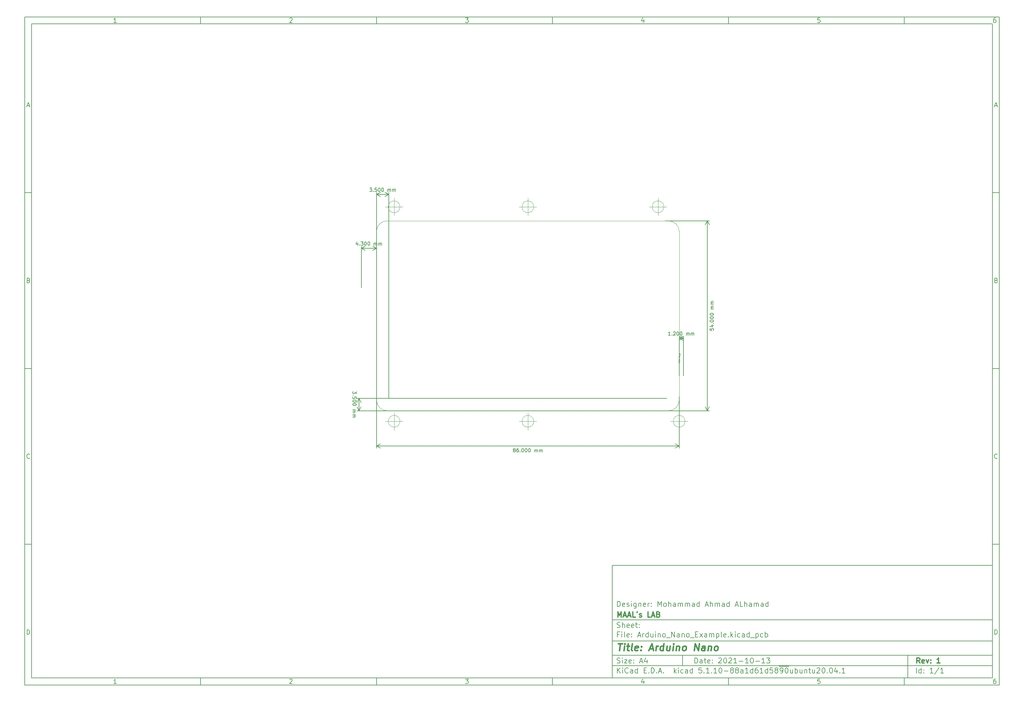
<source format=gbr>
%TF.GenerationSoftware,KiCad,Pcbnew,5.1.10-88a1d61d58~90~ubuntu20.04.1*%
%TF.CreationDate,2021-10-13T17:16:21+03:00*%
%TF.ProjectId,Arduino_Nano_Example,41726475-696e-46f5-9f4e-616e6f5f4578,1*%
%TF.SameCoordinates,Original*%
%TF.FileFunction,OtherDrawing,Comment*%
%FSLAX46Y46*%
G04 Gerber Fmt 4.6, Leading zero omitted, Abs format (unit mm)*
G04 Created by KiCad (PCBNEW 5.1.10-88a1d61d58~90~ubuntu20.04.1) date 2021-10-13 17:16:21*
%MOMM*%
%LPD*%
G01*
G04 APERTURE LIST*
%ADD10C,0.100000*%
%ADD11C,0.150000*%
%ADD12C,0.300000*%
%ADD13C,0.400000*%
%TA.AperFunction,Profile*%
%ADD14C,0.050000*%
%TD*%
%ADD15C,0.040000*%
G04 APERTURE END LIST*
D10*
D11*
X177002200Y-166007200D02*
X177002200Y-198007200D01*
X285002200Y-198007200D01*
X285002200Y-166007200D01*
X177002200Y-166007200D01*
D10*
D11*
X10000000Y-10000000D02*
X10000000Y-200007200D01*
X287002200Y-200007200D01*
X287002200Y-10000000D01*
X10000000Y-10000000D01*
D10*
D11*
X12000000Y-12000000D02*
X12000000Y-198007200D01*
X285002200Y-198007200D01*
X285002200Y-12000000D01*
X12000000Y-12000000D01*
D10*
D11*
X60000000Y-12000000D02*
X60000000Y-10000000D01*
D10*
D11*
X110000000Y-12000000D02*
X110000000Y-10000000D01*
D10*
D11*
X160000000Y-12000000D02*
X160000000Y-10000000D01*
D10*
D11*
X210000000Y-12000000D02*
X210000000Y-10000000D01*
D10*
D11*
X260000000Y-12000000D02*
X260000000Y-10000000D01*
D10*
D11*
X36065476Y-11588095D02*
X35322619Y-11588095D01*
X35694047Y-11588095D02*
X35694047Y-10288095D01*
X35570238Y-10473809D01*
X35446428Y-10597619D01*
X35322619Y-10659523D01*
D10*
D11*
X85322619Y-10411904D02*
X85384523Y-10350000D01*
X85508333Y-10288095D01*
X85817857Y-10288095D01*
X85941666Y-10350000D01*
X86003571Y-10411904D01*
X86065476Y-10535714D01*
X86065476Y-10659523D01*
X86003571Y-10845238D01*
X85260714Y-11588095D01*
X86065476Y-11588095D01*
D10*
D11*
X135260714Y-10288095D02*
X136065476Y-10288095D01*
X135632142Y-10783333D01*
X135817857Y-10783333D01*
X135941666Y-10845238D01*
X136003571Y-10907142D01*
X136065476Y-11030952D01*
X136065476Y-11340476D01*
X136003571Y-11464285D01*
X135941666Y-11526190D01*
X135817857Y-11588095D01*
X135446428Y-11588095D01*
X135322619Y-11526190D01*
X135260714Y-11464285D01*
D10*
D11*
X185941666Y-10721428D02*
X185941666Y-11588095D01*
X185632142Y-10226190D02*
X185322619Y-11154761D01*
X186127380Y-11154761D01*
D10*
D11*
X236003571Y-10288095D02*
X235384523Y-10288095D01*
X235322619Y-10907142D01*
X235384523Y-10845238D01*
X235508333Y-10783333D01*
X235817857Y-10783333D01*
X235941666Y-10845238D01*
X236003571Y-10907142D01*
X236065476Y-11030952D01*
X236065476Y-11340476D01*
X236003571Y-11464285D01*
X235941666Y-11526190D01*
X235817857Y-11588095D01*
X235508333Y-11588095D01*
X235384523Y-11526190D01*
X235322619Y-11464285D01*
D10*
D11*
X285941666Y-10288095D02*
X285694047Y-10288095D01*
X285570238Y-10350000D01*
X285508333Y-10411904D01*
X285384523Y-10597619D01*
X285322619Y-10845238D01*
X285322619Y-11340476D01*
X285384523Y-11464285D01*
X285446428Y-11526190D01*
X285570238Y-11588095D01*
X285817857Y-11588095D01*
X285941666Y-11526190D01*
X286003571Y-11464285D01*
X286065476Y-11340476D01*
X286065476Y-11030952D01*
X286003571Y-10907142D01*
X285941666Y-10845238D01*
X285817857Y-10783333D01*
X285570238Y-10783333D01*
X285446428Y-10845238D01*
X285384523Y-10907142D01*
X285322619Y-11030952D01*
D10*
D11*
X60000000Y-198007200D02*
X60000000Y-200007200D01*
D10*
D11*
X110000000Y-198007200D02*
X110000000Y-200007200D01*
D10*
D11*
X160000000Y-198007200D02*
X160000000Y-200007200D01*
D10*
D11*
X210000000Y-198007200D02*
X210000000Y-200007200D01*
D10*
D11*
X260000000Y-198007200D02*
X260000000Y-200007200D01*
D10*
D11*
X36065476Y-199595295D02*
X35322619Y-199595295D01*
X35694047Y-199595295D02*
X35694047Y-198295295D01*
X35570238Y-198481009D01*
X35446428Y-198604819D01*
X35322619Y-198666723D01*
D10*
D11*
X85322619Y-198419104D02*
X85384523Y-198357200D01*
X85508333Y-198295295D01*
X85817857Y-198295295D01*
X85941666Y-198357200D01*
X86003571Y-198419104D01*
X86065476Y-198542914D01*
X86065476Y-198666723D01*
X86003571Y-198852438D01*
X85260714Y-199595295D01*
X86065476Y-199595295D01*
D10*
D11*
X135260714Y-198295295D02*
X136065476Y-198295295D01*
X135632142Y-198790533D01*
X135817857Y-198790533D01*
X135941666Y-198852438D01*
X136003571Y-198914342D01*
X136065476Y-199038152D01*
X136065476Y-199347676D01*
X136003571Y-199471485D01*
X135941666Y-199533390D01*
X135817857Y-199595295D01*
X135446428Y-199595295D01*
X135322619Y-199533390D01*
X135260714Y-199471485D01*
D10*
D11*
X185941666Y-198728628D02*
X185941666Y-199595295D01*
X185632142Y-198233390D02*
X185322619Y-199161961D01*
X186127380Y-199161961D01*
D10*
D11*
X236003571Y-198295295D02*
X235384523Y-198295295D01*
X235322619Y-198914342D01*
X235384523Y-198852438D01*
X235508333Y-198790533D01*
X235817857Y-198790533D01*
X235941666Y-198852438D01*
X236003571Y-198914342D01*
X236065476Y-199038152D01*
X236065476Y-199347676D01*
X236003571Y-199471485D01*
X235941666Y-199533390D01*
X235817857Y-199595295D01*
X235508333Y-199595295D01*
X235384523Y-199533390D01*
X235322619Y-199471485D01*
D10*
D11*
X285941666Y-198295295D02*
X285694047Y-198295295D01*
X285570238Y-198357200D01*
X285508333Y-198419104D01*
X285384523Y-198604819D01*
X285322619Y-198852438D01*
X285322619Y-199347676D01*
X285384523Y-199471485D01*
X285446428Y-199533390D01*
X285570238Y-199595295D01*
X285817857Y-199595295D01*
X285941666Y-199533390D01*
X286003571Y-199471485D01*
X286065476Y-199347676D01*
X286065476Y-199038152D01*
X286003571Y-198914342D01*
X285941666Y-198852438D01*
X285817857Y-198790533D01*
X285570238Y-198790533D01*
X285446428Y-198852438D01*
X285384523Y-198914342D01*
X285322619Y-199038152D01*
D10*
D11*
X10000000Y-60000000D02*
X12000000Y-60000000D01*
D10*
D11*
X10000000Y-110000000D02*
X12000000Y-110000000D01*
D10*
D11*
X10000000Y-160000000D02*
X12000000Y-160000000D01*
D10*
D11*
X10690476Y-35216666D02*
X11309523Y-35216666D01*
X10566666Y-35588095D02*
X11000000Y-34288095D01*
X11433333Y-35588095D01*
D10*
D11*
X11092857Y-84907142D02*
X11278571Y-84969047D01*
X11340476Y-85030952D01*
X11402380Y-85154761D01*
X11402380Y-85340476D01*
X11340476Y-85464285D01*
X11278571Y-85526190D01*
X11154761Y-85588095D01*
X10659523Y-85588095D01*
X10659523Y-84288095D01*
X11092857Y-84288095D01*
X11216666Y-84350000D01*
X11278571Y-84411904D01*
X11340476Y-84535714D01*
X11340476Y-84659523D01*
X11278571Y-84783333D01*
X11216666Y-84845238D01*
X11092857Y-84907142D01*
X10659523Y-84907142D01*
D10*
D11*
X11402380Y-135464285D02*
X11340476Y-135526190D01*
X11154761Y-135588095D01*
X11030952Y-135588095D01*
X10845238Y-135526190D01*
X10721428Y-135402380D01*
X10659523Y-135278571D01*
X10597619Y-135030952D01*
X10597619Y-134845238D01*
X10659523Y-134597619D01*
X10721428Y-134473809D01*
X10845238Y-134350000D01*
X11030952Y-134288095D01*
X11154761Y-134288095D01*
X11340476Y-134350000D01*
X11402380Y-134411904D01*
D10*
D11*
X10659523Y-185588095D02*
X10659523Y-184288095D01*
X10969047Y-184288095D01*
X11154761Y-184350000D01*
X11278571Y-184473809D01*
X11340476Y-184597619D01*
X11402380Y-184845238D01*
X11402380Y-185030952D01*
X11340476Y-185278571D01*
X11278571Y-185402380D01*
X11154761Y-185526190D01*
X10969047Y-185588095D01*
X10659523Y-185588095D01*
D10*
D11*
X287002200Y-60000000D02*
X285002200Y-60000000D01*
D10*
D11*
X287002200Y-110000000D02*
X285002200Y-110000000D01*
D10*
D11*
X287002200Y-160000000D02*
X285002200Y-160000000D01*
D10*
D11*
X285692676Y-35216666D02*
X286311723Y-35216666D01*
X285568866Y-35588095D02*
X286002200Y-34288095D01*
X286435533Y-35588095D01*
D10*
D11*
X286095057Y-84907142D02*
X286280771Y-84969047D01*
X286342676Y-85030952D01*
X286404580Y-85154761D01*
X286404580Y-85340476D01*
X286342676Y-85464285D01*
X286280771Y-85526190D01*
X286156961Y-85588095D01*
X285661723Y-85588095D01*
X285661723Y-84288095D01*
X286095057Y-84288095D01*
X286218866Y-84350000D01*
X286280771Y-84411904D01*
X286342676Y-84535714D01*
X286342676Y-84659523D01*
X286280771Y-84783333D01*
X286218866Y-84845238D01*
X286095057Y-84907142D01*
X285661723Y-84907142D01*
D10*
D11*
X286404580Y-135464285D02*
X286342676Y-135526190D01*
X286156961Y-135588095D01*
X286033152Y-135588095D01*
X285847438Y-135526190D01*
X285723628Y-135402380D01*
X285661723Y-135278571D01*
X285599819Y-135030952D01*
X285599819Y-134845238D01*
X285661723Y-134597619D01*
X285723628Y-134473809D01*
X285847438Y-134350000D01*
X286033152Y-134288095D01*
X286156961Y-134288095D01*
X286342676Y-134350000D01*
X286404580Y-134411904D01*
D10*
D11*
X285661723Y-185588095D02*
X285661723Y-184288095D01*
X285971247Y-184288095D01*
X286156961Y-184350000D01*
X286280771Y-184473809D01*
X286342676Y-184597619D01*
X286404580Y-184845238D01*
X286404580Y-185030952D01*
X286342676Y-185278571D01*
X286280771Y-185402380D01*
X286156961Y-185526190D01*
X285971247Y-185588095D01*
X285661723Y-185588095D01*
D10*
D11*
X200434342Y-193785771D02*
X200434342Y-192285771D01*
X200791485Y-192285771D01*
X201005771Y-192357200D01*
X201148628Y-192500057D01*
X201220057Y-192642914D01*
X201291485Y-192928628D01*
X201291485Y-193142914D01*
X201220057Y-193428628D01*
X201148628Y-193571485D01*
X201005771Y-193714342D01*
X200791485Y-193785771D01*
X200434342Y-193785771D01*
X202577200Y-193785771D02*
X202577200Y-193000057D01*
X202505771Y-192857200D01*
X202362914Y-192785771D01*
X202077200Y-192785771D01*
X201934342Y-192857200D01*
X202577200Y-193714342D02*
X202434342Y-193785771D01*
X202077200Y-193785771D01*
X201934342Y-193714342D01*
X201862914Y-193571485D01*
X201862914Y-193428628D01*
X201934342Y-193285771D01*
X202077200Y-193214342D01*
X202434342Y-193214342D01*
X202577200Y-193142914D01*
X203077200Y-192785771D02*
X203648628Y-192785771D01*
X203291485Y-192285771D02*
X203291485Y-193571485D01*
X203362914Y-193714342D01*
X203505771Y-193785771D01*
X203648628Y-193785771D01*
X204720057Y-193714342D02*
X204577200Y-193785771D01*
X204291485Y-193785771D01*
X204148628Y-193714342D01*
X204077200Y-193571485D01*
X204077200Y-193000057D01*
X204148628Y-192857200D01*
X204291485Y-192785771D01*
X204577200Y-192785771D01*
X204720057Y-192857200D01*
X204791485Y-193000057D01*
X204791485Y-193142914D01*
X204077200Y-193285771D01*
X205434342Y-193642914D02*
X205505771Y-193714342D01*
X205434342Y-193785771D01*
X205362914Y-193714342D01*
X205434342Y-193642914D01*
X205434342Y-193785771D01*
X205434342Y-192857200D02*
X205505771Y-192928628D01*
X205434342Y-193000057D01*
X205362914Y-192928628D01*
X205434342Y-192857200D01*
X205434342Y-193000057D01*
X207220057Y-192428628D02*
X207291485Y-192357200D01*
X207434342Y-192285771D01*
X207791485Y-192285771D01*
X207934342Y-192357200D01*
X208005771Y-192428628D01*
X208077200Y-192571485D01*
X208077200Y-192714342D01*
X208005771Y-192928628D01*
X207148628Y-193785771D01*
X208077200Y-193785771D01*
X209005771Y-192285771D02*
X209148628Y-192285771D01*
X209291485Y-192357200D01*
X209362914Y-192428628D01*
X209434342Y-192571485D01*
X209505771Y-192857200D01*
X209505771Y-193214342D01*
X209434342Y-193500057D01*
X209362914Y-193642914D01*
X209291485Y-193714342D01*
X209148628Y-193785771D01*
X209005771Y-193785771D01*
X208862914Y-193714342D01*
X208791485Y-193642914D01*
X208720057Y-193500057D01*
X208648628Y-193214342D01*
X208648628Y-192857200D01*
X208720057Y-192571485D01*
X208791485Y-192428628D01*
X208862914Y-192357200D01*
X209005771Y-192285771D01*
X210077200Y-192428628D02*
X210148628Y-192357200D01*
X210291485Y-192285771D01*
X210648628Y-192285771D01*
X210791485Y-192357200D01*
X210862914Y-192428628D01*
X210934342Y-192571485D01*
X210934342Y-192714342D01*
X210862914Y-192928628D01*
X210005771Y-193785771D01*
X210934342Y-193785771D01*
X212362914Y-193785771D02*
X211505771Y-193785771D01*
X211934342Y-193785771D02*
X211934342Y-192285771D01*
X211791485Y-192500057D01*
X211648628Y-192642914D01*
X211505771Y-192714342D01*
X213005771Y-193214342D02*
X214148628Y-193214342D01*
X215648628Y-193785771D02*
X214791485Y-193785771D01*
X215220057Y-193785771D02*
X215220057Y-192285771D01*
X215077200Y-192500057D01*
X214934342Y-192642914D01*
X214791485Y-192714342D01*
X216577200Y-192285771D02*
X216720057Y-192285771D01*
X216862914Y-192357200D01*
X216934342Y-192428628D01*
X217005771Y-192571485D01*
X217077200Y-192857200D01*
X217077200Y-193214342D01*
X217005771Y-193500057D01*
X216934342Y-193642914D01*
X216862914Y-193714342D01*
X216720057Y-193785771D01*
X216577200Y-193785771D01*
X216434342Y-193714342D01*
X216362914Y-193642914D01*
X216291485Y-193500057D01*
X216220057Y-193214342D01*
X216220057Y-192857200D01*
X216291485Y-192571485D01*
X216362914Y-192428628D01*
X216434342Y-192357200D01*
X216577200Y-192285771D01*
X217720057Y-193214342D02*
X218862914Y-193214342D01*
X220362914Y-193785771D02*
X219505771Y-193785771D01*
X219934342Y-193785771D02*
X219934342Y-192285771D01*
X219791485Y-192500057D01*
X219648628Y-192642914D01*
X219505771Y-192714342D01*
X220862914Y-192285771D02*
X221791485Y-192285771D01*
X221291485Y-192857200D01*
X221505771Y-192857200D01*
X221648628Y-192928628D01*
X221720057Y-193000057D01*
X221791485Y-193142914D01*
X221791485Y-193500057D01*
X221720057Y-193642914D01*
X221648628Y-193714342D01*
X221505771Y-193785771D01*
X221077200Y-193785771D01*
X220934342Y-193714342D01*
X220862914Y-193642914D01*
D10*
D11*
X177002200Y-194507200D02*
X285002200Y-194507200D01*
D10*
D11*
X178434342Y-196585771D02*
X178434342Y-195085771D01*
X179291485Y-196585771D02*
X178648628Y-195728628D01*
X179291485Y-195085771D02*
X178434342Y-195942914D01*
X179934342Y-196585771D02*
X179934342Y-195585771D01*
X179934342Y-195085771D02*
X179862914Y-195157200D01*
X179934342Y-195228628D01*
X180005771Y-195157200D01*
X179934342Y-195085771D01*
X179934342Y-195228628D01*
X181505771Y-196442914D02*
X181434342Y-196514342D01*
X181220057Y-196585771D01*
X181077200Y-196585771D01*
X180862914Y-196514342D01*
X180720057Y-196371485D01*
X180648628Y-196228628D01*
X180577200Y-195942914D01*
X180577200Y-195728628D01*
X180648628Y-195442914D01*
X180720057Y-195300057D01*
X180862914Y-195157200D01*
X181077200Y-195085771D01*
X181220057Y-195085771D01*
X181434342Y-195157200D01*
X181505771Y-195228628D01*
X182791485Y-196585771D02*
X182791485Y-195800057D01*
X182720057Y-195657200D01*
X182577200Y-195585771D01*
X182291485Y-195585771D01*
X182148628Y-195657200D01*
X182791485Y-196514342D02*
X182648628Y-196585771D01*
X182291485Y-196585771D01*
X182148628Y-196514342D01*
X182077200Y-196371485D01*
X182077200Y-196228628D01*
X182148628Y-196085771D01*
X182291485Y-196014342D01*
X182648628Y-196014342D01*
X182791485Y-195942914D01*
X184148628Y-196585771D02*
X184148628Y-195085771D01*
X184148628Y-196514342D02*
X184005771Y-196585771D01*
X183720057Y-196585771D01*
X183577200Y-196514342D01*
X183505771Y-196442914D01*
X183434342Y-196300057D01*
X183434342Y-195871485D01*
X183505771Y-195728628D01*
X183577200Y-195657200D01*
X183720057Y-195585771D01*
X184005771Y-195585771D01*
X184148628Y-195657200D01*
X186005771Y-195800057D02*
X186505771Y-195800057D01*
X186720057Y-196585771D02*
X186005771Y-196585771D01*
X186005771Y-195085771D01*
X186720057Y-195085771D01*
X187362914Y-196442914D02*
X187434342Y-196514342D01*
X187362914Y-196585771D01*
X187291485Y-196514342D01*
X187362914Y-196442914D01*
X187362914Y-196585771D01*
X188077200Y-196585771D02*
X188077200Y-195085771D01*
X188434342Y-195085771D01*
X188648628Y-195157200D01*
X188791485Y-195300057D01*
X188862914Y-195442914D01*
X188934342Y-195728628D01*
X188934342Y-195942914D01*
X188862914Y-196228628D01*
X188791485Y-196371485D01*
X188648628Y-196514342D01*
X188434342Y-196585771D01*
X188077200Y-196585771D01*
X189577200Y-196442914D02*
X189648628Y-196514342D01*
X189577200Y-196585771D01*
X189505771Y-196514342D01*
X189577200Y-196442914D01*
X189577200Y-196585771D01*
X190220057Y-196157200D02*
X190934342Y-196157200D01*
X190077200Y-196585771D02*
X190577200Y-195085771D01*
X191077200Y-196585771D01*
X191577200Y-196442914D02*
X191648628Y-196514342D01*
X191577200Y-196585771D01*
X191505771Y-196514342D01*
X191577200Y-196442914D01*
X191577200Y-196585771D01*
X194577200Y-196585771D02*
X194577200Y-195085771D01*
X194720057Y-196014342D02*
X195148628Y-196585771D01*
X195148628Y-195585771D02*
X194577200Y-196157200D01*
X195791485Y-196585771D02*
X195791485Y-195585771D01*
X195791485Y-195085771D02*
X195720057Y-195157200D01*
X195791485Y-195228628D01*
X195862914Y-195157200D01*
X195791485Y-195085771D01*
X195791485Y-195228628D01*
X197148628Y-196514342D02*
X197005771Y-196585771D01*
X196720057Y-196585771D01*
X196577200Y-196514342D01*
X196505771Y-196442914D01*
X196434342Y-196300057D01*
X196434342Y-195871485D01*
X196505771Y-195728628D01*
X196577200Y-195657200D01*
X196720057Y-195585771D01*
X197005771Y-195585771D01*
X197148628Y-195657200D01*
X198434342Y-196585771D02*
X198434342Y-195800057D01*
X198362914Y-195657200D01*
X198220057Y-195585771D01*
X197934342Y-195585771D01*
X197791485Y-195657200D01*
X198434342Y-196514342D02*
X198291485Y-196585771D01*
X197934342Y-196585771D01*
X197791485Y-196514342D01*
X197720057Y-196371485D01*
X197720057Y-196228628D01*
X197791485Y-196085771D01*
X197934342Y-196014342D01*
X198291485Y-196014342D01*
X198434342Y-195942914D01*
X199791485Y-196585771D02*
X199791485Y-195085771D01*
X199791485Y-196514342D02*
X199648628Y-196585771D01*
X199362914Y-196585771D01*
X199220057Y-196514342D01*
X199148628Y-196442914D01*
X199077200Y-196300057D01*
X199077200Y-195871485D01*
X199148628Y-195728628D01*
X199220057Y-195657200D01*
X199362914Y-195585771D01*
X199648628Y-195585771D01*
X199791485Y-195657200D01*
X202362914Y-195085771D02*
X201648628Y-195085771D01*
X201577200Y-195800057D01*
X201648628Y-195728628D01*
X201791485Y-195657200D01*
X202148628Y-195657200D01*
X202291485Y-195728628D01*
X202362914Y-195800057D01*
X202434342Y-195942914D01*
X202434342Y-196300057D01*
X202362914Y-196442914D01*
X202291485Y-196514342D01*
X202148628Y-196585771D01*
X201791485Y-196585771D01*
X201648628Y-196514342D01*
X201577200Y-196442914D01*
X203077200Y-196442914D02*
X203148628Y-196514342D01*
X203077200Y-196585771D01*
X203005771Y-196514342D01*
X203077200Y-196442914D01*
X203077200Y-196585771D01*
X204577200Y-196585771D02*
X203720057Y-196585771D01*
X204148628Y-196585771D02*
X204148628Y-195085771D01*
X204005771Y-195300057D01*
X203862914Y-195442914D01*
X203720057Y-195514342D01*
X205220057Y-196442914D02*
X205291485Y-196514342D01*
X205220057Y-196585771D01*
X205148628Y-196514342D01*
X205220057Y-196442914D01*
X205220057Y-196585771D01*
X206720057Y-196585771D02*
X205862914Y-196585771D01*
X206291485Y-196585771D02*
X206291485Y-195085771D01*
X206148628Y-195300057D01*
X206005771Y-195442914D01*
X205862914Y-195514342D01*
X207648628Y-195085771D02*
X207791485Y-195085771D01*
X207934342Y-195157200D01*
X208005771Y-195228628D01*
X208077200Y-195371485D01*
X208148628Y-195657200D01*
X208148628Y-196014342D01*
X208077200Y-196300057D01*
X208005771Y-196442914D01*
X207934342Y-196514342D01*
X207791485Y-196585771D01*
X207648628Y-196585771D01*
X207505771Y-196514342D01*
X207434342Y-196442914D01*
X207362914Y-196300057D01*
X207291485Y-196014342D01*
X207291485Y-195657200D01*
X207362914Y-195371485D01*
X207434342Y-195228628D01*
X207505771Y-195157200D01*
X207648628Y-195085771D01*
X208791485Y-196014342D02*
X209934342Y-196014342D01*
X210862914Y-195728628D02*
X210720057Y-195657200D01*
X210648628Y-195585771D01*
X210577200Y-195442914D01*
X210577200Y-195371485D01*
X210648628Y-195228628D01*
X210720057Y-195157200D01*
X210862914Y-195085771D01*
X211148628Y-195085771D01*
X211291485Y-195157200D01*
X211362914Y-195228628D01*
X211434342Y-195371485D01*
X211434342Y-195442914D01*
X211362914Y-195585771D01*
X211291485Y-195657200D01*
X211148628Y-195728628D01*
X210862914Y-195728628D01*
X210720057Y-195800057D01*
X210648628Y-195871485D01*
X210577200Y-196014342D01*
X210577200Y-196300057D01*
X210648628Y-196442914D01*
X210720057Y-196514342D01*
X210862914Y-196585771D01*
X211148628Y-196585771D01*
X211291485Y-196514342D01*
X211362914Y-196442914D01*
X211434342Y-196300057D01*
X211434342Y-196014342D01*
X211362914Y-195871485D01*
X211291485Y-195800057D01*
X211148628Y-195728628D01*
X212291485Y-195728628D02*
X212148628Y-195657200D01*
X212077200Y-195585771D01*
X212005771Y-195442914D01*
X212005771Y-195371485D01*
X212077200Y-195228628D01*
X212148628Y-195157200D01*
X212291485Y-195085771D01*
X212577200Y-195085771D01*
X212720057Y-195157200D01*
X212791485Y-195228628D01*
X212862914Y-195371485D01*
X212862914Y-195442914D01*
X212791485Y-195585771D01*
X212720057Y-195657200D01*
X212577200Y-195728628D01*
X212291485Y-195728628D01*
X212148628Y-195800057D01*
X212077200Y-195871485D01*
X212005771Y-196014342D01*
X212005771Y-196300057D01*
X212077200Y-196442914D01*
X212148628Y-196514342D01*
X212291485Y-196585771D01*
X212577200Y-196585771D01*
X212720057Y-196514342D01*
X212791485Y-196442914D01*
X212862914Y-196300057D01*
X212862914Y-196014342D01*
X212791485Y-195871485D01*
X212720057Y-195800057D01*
X212577200Y-195728628D01*
X214148628Y-196585771D02*
X214148628Y-195800057D01*
X214077200Y-195657200D01*
X213934342Y-195585771D01*
X213648628Y-195585771D01*
X213505771Y-195657200D01*
X214148628Y-196514342D02*
X214005771Y-196585771D01*
X213648628Y-196585771D01*
X213505771Y-196514342D01*
X213434342Y-196371485D01*
X213434342Y-196228628D01*
X213505771Y-196085771D01*
X213648628Y-196014342D01*
X214005771Y-196014342D01*
X214148628Y-195942914D01*
X215648628Y-196585771D02*
X214791485Y-196585771D01*
X215220057Y-196585771D02*
X215220057Y-195085771D01*
X215077200Y-195300057D01*
X214934342Y-195442914D01*
X214791485Y-195514342D01*
X216934342Y-196585771D02*
X216934342Y-195085771D01*
X216934342Y-196514342D02*
X216791485Y-196585771D01*
X216505771Y-196585771D01*
X216362914Y-196514342D01*
X216291485Y-196442914D01*
X216220057Y-196300057D01*
X216220057Y-195871485D01*
X216291485Y-195728628D01*
X216362914Y-195657200D01*
X216505771Y-195585771D01*
X216791485Y-195585771D01*
X216934342Y-195657200D01*
X218291485Y-195085771D02*
X218005771Y-195085771D01*
X217862914Y-195157200D01*
X217791485Y-195228628D01*
X217648628Y-195442914D01*
X217577200Y-195728628D01*
X217577200Y-196300057D01*
X217648628Y-196442914D01*
X217720057Y-196514342D01*
X217862914Y-196585771D01*
X218148628Y-196585771D01*
X218291485Y-196514342D01*
X218362914Y-196442914D01*
X218434342Y-196300057D01*
X218434342Y-195942914D01*
X218362914Y-195800057D01*
X218291485Y-195728628D01*
X218148628Y-195657200D01*
X217862914Y-195657200D01*
X217720057Y-195728628D01*
X217648628Y-195800057D01*
X217577200Y-195942914D01*
X219862914Y-196585771D02*
X219005771Y-196585771D01*
X219434342Y-196585771D02*
X219434342Y-195085771D01*
X219291485Y-195300057D01*
X219148628Y-195442914D01*
X219005771Y-195514342D01*
X221148628Y-196585771D02*
X221148628Y-195085771D01*
X221148628Y-196514342D02*
X221005771Y-196585771D01*
X220720057Y-196585771D01*
X220577200Y-196514342D01*
X220505771Y-196442914D01*
X220434342Y-196300057D01*
X220434342Y-195871485D01*
X220505771Y-195728628D01*
X220577200Y-195657200D01*
X220720057Y-195585771D01*
X221005771Y-195585771D01*
X221148628Y-195657200D01*
X222577200Y-195085771D02*
X221862914Y-195085771D01*
X221791485Y-195800057D01*
X221862914Y-195728628D01*
X222005771Y-195657200D01*
X222362914Y-195657200D01*
X222505771Y-195728628D01*
X222577200Y-195800057D01*
X222648628Y-195942914D01*
X222648628Y-196300057D01*
X222577200Y-196442914D01*
X222505771Y-196514342D01*
X222362914Y-196585771D01*
X222005771Y-196585771D01*
X221862914Y-196514342D01*
X221791485Y-196442914D01*
X223505771Y-195728628D02*
X223362914Y-195657200D01*
X223291485Y-195585771D01*
X223220057Y-195442914D01*
X223220057Y-195371485D01*
X223291485Y-195228628D01*
X223362914Y-195157200D01*
X223505771Y-195085771D01*
X223791485Y-195085771D01*
X223934342Y-195157200D01*
X224005771Y-195228628D01*
X224077200Y-195371485D01*
X224077200Y-195442914D01*
X224005771Y-195585771D01*
X223934342Y-195657200D01*
X223791485Y-195728628D01*
X223505771Y-195728628D01*
X223362914Y-195800057D01*
X223291485Y-195871485D01*
X223220057Y-196014342D01*
X223220057Y-196300057D01*
X223291485Y-196442914D01*
X223362914Y-196514342D01*
X223505771Y-196585771D01*
X223791485Y-196585771D01*
X223934342Y-196514342D01*
X224005771Y-196442914D01*
X224077200Y-196300057D01*
X224077200Y-196014342D01*
X224005771Y-195871485D01*
X223934342Y-195800057D01*
X223791485Y-195728628D01*
X224362914Y-194677200D02*
X225791485Y-194677200D01*
X224791485Y-196585771D02*
X225077200Y-196585771D01*
X225220057Y-196514342D01*
X225291485Y-196442914D01*
X225434342Y-196228628D01*
X225505771Y-195942914D01*
X225505771Y-195371485D01*
X225434342Y-195228628D01*
X225362914Y-195157200D01*
X225220057Y-195085771D01*
X224934342Y-195085771D01*
X224791485Y-195157200D01*
X224720057Y-195228628D01*
X224648628Y-195371485D01*
X224648628Y-195728628D01*
X224720057Y-195871485D01*
X224791485Y-195942914D01*
X224934342Y-196014342D01*
X225220057Y-196014342D01*
X225362914Y-195942914D01*
X225434342Y-195871485D01*
X225505771Y-195728628D01*
X225791485Y-194677200D02*
X227220057Y-194677200D01*
X226434342Y-195085771D02*
X226577199Y-195085771D01*
X226720057Y-195157200D01*
X226791485Y-195228628D01*
X226862914Y-195371485D01*
X226934342Y-195657200D01*
X226934342Y-196014342D01*
X226862914Y-196300057D01*
X226791485Y-196442914D01*
X226720057Y-196514342D01*
X226577199Y-196585771D01*
X226434342Y-196585771D01*
X226291485Y-196514342D01*
X226220057Y-196442914D01*
X226148628Y-196300057D01*
X226077199Y-196014342D01*
X226077199Y-195657200D01*
X226148628Y-195371485D01*
X226220057Y-195228628D01*
X226291485Y-195157200D01*
X226434342Y-195085771D01*
X228220057Y-195585771D02*
X228220057Y-196585771D01*
X227577199Y-195585771D02*
X227577199Y-196371485D01*
X227648628Y-196514342D01*
X227791485Y-196585771D01*
X228005771Y-196585771D01*
X228148628Y-196514342D01*
X228220057Y-196442914D01*
X228934342Y-196585771D02*
X228934342Y-195085771D01*
X228934342Y-195657200D02*
X229077199Y-195585771D01*
X229362914Y-195585771D01*
X229505771Y-195657200D01*
X229577199Y-195728628D01*
X229648628Y-195871485D01*
X229648628Y-196300057D01*
X229577199Y-196442914D01*
X229505771Y-196514342D01*
X229362914Y-196585771D01*
X229077199Y-196585771D01*
X228934342Y-196514342D01*
X230934342Y-195585771D02*
X230934342Y-196585771D01*
X230291485Y-195585771D02*
X230291485Y-196371485D01*
X230362914Y-196514342D01*
X230505771Y-196585771D01*
X230720057Y-196585771D01*
X230862914Y-196514342D01*
X230934342Y-196442914D01*
X231648628Y-195585771D02*
X231648628Y-196585771D01*
X231648628Y-195728628D02*
X231720057Y-195657200D01*
X231862914Y-195585771D01*
X232077199Y-195585771D01*
X232220057Y-195657200D01*
X232291485Y-195800057D01*
X232291485Y-196585771D01*
X232791485Y-195585771D02*
X233362914Y-195585771D01*
X233005771Y-195085771D02*
X233005771Y-196371485D01*
X233077199Y-196514342D01*
X233220057Y-196585771D01*
X233362914Y-196585771D01*
X234505771Y-195585771D02*
X234505771Y-196585771D01*
X233862914Y-195585771D02*
X233862914Y-196371485D01*
X233934342Y-196514342D01*
X234077200Y-196585771D01*
X234291485Y-196585771D01*
X234434342Y-196514342D01*
X234505771Y-196442914D01*
X235148628Y-195228628D02*
X235220057Y-195157200D01*
X235362914Y-195085771D01*
X235720057Y-195085771D01*
X235862914Y-195157200D01*
X235934342Y-195228628D01*
X236005771Y-195371485D01*
X236005771Y-195514342D01*
X235934342Y-195728628D01*
X235077200Y-196585771D01*
X236005771Y-196585771D01*
X236934342Y-195085771D02*
X237077199Y-195085771D01*
X237220057Y-195157200D01*
X237291485Y-195228628D01*
X237362914Y-195371485D01*
X237434342Y-195657200D01*
X237434342Y-196014342D01*
X237362914Y-196300057D01*
X237291485Y-196442914D01*
X237220057Y-196514342D01*
X237077199Y-196585771D01*
X236934342Y-196585771D01*
X236791485Y-196514342D01*
X236720057Y-196442914D01*
X236648628Y-196300057D01*
X236577199Y-196014342D01*
X236577199Y-195657200D01*
X236648628Y-195371485D01*
X236720057Y-195228628D01*
X236791485Y-195157200D01*
X236934342Y-195085771D01*
X238077199Y-196442914D02*
X238148628Y-196514342D01*
X238077199Y-196585771D01*
X238005771Y-196514342D01*
X238077199Y-196442914D01*
X238077199Y-196585771D01*
X239077199Y-195085771D02*
X239220057Y-195085771D01*
X239362914Y-195157200D01*
X239434342Y-195228628D01*
X239505771Y-195371485D01*
X239577199Y-195657200D01*
X239577199Y-196014342D01*
X239505771Y-196300057D01*
X239434342Y-196442914D01*
X239362914Y-196514342D01*
X239220057Y-196585771D01*
X239077199Y-196585771D01*
X238934342Y-196514342D01*
X238862914Y-196442914D01*
X238791485Y-196300057D01*
X238720057Y-196014342D01*
X238720057Y-195657200D01*
X238791485Y-195371485D01*
X238862914Y-195228628D01*
X238934342Y-195157200D01*
X239077199Y-195085771D01*
X240862914Y-195585771D02*
X240862914Y-196585771D01*
X240505771Y-195014342D02*
X240148628Y-196085771D01*
X241077199Y-196085771D01*
X241648628Y-196442914D02*
X241720057Y-196514342D01*
X241648628Y-196585771D01*
X241577199Y-196514342D01*
X241648628Y-196442914D01*
X241648628Y-196585771D01*
X243148628Y-196585771D02*
X242291485Y-196585771D01*
X242720057Y-196585771D02*
X242720057Y-195085771D01*
X242577199Y-195300057D01*
X242434342Y-195442914D01*
X242291485Y-195514342D01*
D10*
D11*
X177002200Y-191507200D02*
X285002200Y-191507200D01*
D10*
D12*
X264411485Y-193785771D02*
X263911485Y-193071485D01*
X263554342Y-193785771D02*
X263554342Y-192285771D01*
X264125771Y-192285771D01*
X264268628Y-192357200D01*
X264340057Y-192428628D01*
X264411485Y-192571485D01*
X264411485Y-192785771D01*
X264340057Y-192928628D01*
X264268628Y-193000057D01*
X264125771Y-193071485D01*
X263554342Y-193071485D01*
X265625771Y-193714342D02*
X265482914Y-193785771D01*
X265197200Y-193785771D01*
X265054342Y-193714342D01*
X264982914Y-193571485D01*
X264982914Y-193000057D01*
X265054342Y-192857200D01*
X265197200Y-192785771D01*
X265482914Y-192785771D01*
X265625771Y-192857200D01*
X265697200Y-193000057D01*
X265697200Y-193142914D01*
X264982914Y-193285771D01*
X266197200Y-192785771D02*
X266554342Y-193785771D01*
X266911485Y-192785771D01*
X267482914Y-193642914D02*
X267554342Y-193714342D01*
X267482914Y-193785771D01*
X267411485Y-193714342D01*
X267482914Y-193642914D01*
X267482914Y-193785771D01*
X267482914Y-192857200D02*
X267554342Y-192928628D01*
X267482914Y-193000057D01*
X267411485Y-192928628D01*
X267482914Y-192857200D01*
X267482914Y-193000057D01*
X270125771Y-193785771D02*
X269268628Y-193785771D01*
X269697200Y-193785771D02*
X269697200Y-192285771D01*
X269554342Y-192500057D01*
X269411485Y-192642914D01*
X269268628Y-192714342D01*
D10*
D11*
X178362914Y-193714342D02*
X178577200Y-193785771D01*
X178934342Y-193785771D01*
X179077200Y-193714342D01*
X179148628Y-193642914D01*
X179220057Y-193500057D01*
X179220057Y-193357200D01*
X179148628Y-193214342D01*
X179077200Y-193142914D01*
X178934342Y-193071485D01*
X178648628Y-193000057D01*
X178505771Y-192928628D01*
X178434342Y-192857200D01*
X178362914Y-192714342D01*
X178362914Y-192571485D01*
X178434342Y-192428628D01*
X178505771Y-192357200D01*
X178648628Y-192285771D01*
X179005771Y-192285771D01*
X179220057Y-192357200D01*
X179862914Y-193785771D02*
X179862914Y-192785771D01*
X179862914Y-192285771D02*
X179791485Y-192357200D01*
X179862914Y-192428628D01*
X179934342Y-192357200D01*
X179862914Y-192285771D01*
X179862914Y-192428628D01*
X180434342Y-192785771D02*
X181220057Y-192785771D01*
X180434342Y-193785771D01*
X181220057Y-193785771D01*
X182362914Y-193714342D02*
X182220057Y-193785771D01*
X181934342Y-193785771D01*
X181791485Y-193714342D01*
X181720057Y-193571485D01*
X181720057Y-193000057D01*
X181791485Y-192857200D01*
X181934342Y-192785771D01*
X182220057Y-192785771D01*
X182362914Y-192857200D01*
X182434342Y-193000057D01*
X182434342Y-193142914D01*
X181720057Y-193285771D01*
X183077200Y-193642914D02*
X183148628Y-193714342D01*
X183077200Y-193785771D01*
X183005771Y-193714342D01*
X183077200Y-193642914D01*
X183077200Y-193785771D01*
X183077200Y-192857200D02*
X183148628Y-192928628D01*
X183077200Y-193000057D01*
X183005771Y-192928628D01*
X183077200Y-192857200D01*
X183077200Y-193000057D01*
X184862914Y-193357200D02*
X185577200Y-193357200D01*
X184720057Y-193785771D02*
X185220057Y-192285771D01*
X185720057Y-193785771D01*
X186862914Y-192785771D02*
X186862914Y-193785771D01*
X186505771Y-192214342D02*
X186148628Y-193285771D01*
X187077200Y-193285771D01*
D10*
D11*
X263434342Y-196585771D02*
X263434342Y-195085771D01*
X264791485Y-196585771D02*
X264791485Y-195085771D01*
X264791485Y-196514342D02*
X264648628Y-196585771D01*
X264362914Y-196585771D01*
X264220057Y-196514342D01*
X264148628Y-196442914D01*
X264077200Y-196300057D01*
X264077200Y-195871485D01*
X264148628Y-195728628D01*
X264220057Y-195657200D01*
X264362914Y-195585771D01*
X264648628Y-195585771D01*
X264791485Y-195657200D01*
X265505771Y-196442914D02*
X265577200Y-196514342D01*
X265505771Y-196585771D01*
X265434342Y-196514342D01*
X265505771Y-196442914D01*
X265505771Y-196585771D01*
X265505771Y-195657200D02*
X265577200Y-195728628D01*
X265505771Y-195800057D01*
X265434342Y-195728628D01*
X265505771Y-195657200D01*
X265505771Y-195800057D01*
X268148628Y-196585771D02*
X267291485Y-196585771D01*
X267720057Y-196585771D02*
X267720057Y-195085771D01*
X267577200Y-195300057D01*
X267434342Y-195442914D01*
X267291485Y-195514342D01*
X269862914Y-195014342D02*
X268577200Y-196942914D01*
X271148628Y-196585771D02*
X270291485Y-196585771D01*
X270720057Y-196585771D02*
X270720057Y-195085771D01*
X270577200Y-195300057D01*
X270434342Y-195442914D01*
X270291485Y-195514342D01*
D10*
D11*
X177002200Y-187507200D02*
X285002200Y-187507200D01*
D10*
D13*
X178714580Y-188211961D02*
X179857438Y-188211961D01*
X179036009Y-190211961D02*
X179286009Y-188211961D01*
X180274104Y-190211961D02*
X180440771Y-188878628D01*
X180524104Y-188211961D02*
X180416961Y-188307200D01*
X180500295Y-188402438D01*
X180607438Y-188307200D01*
X180524104Y-188211961D01*
X180500295Y-188402438D01*
X181107438Y-188878628D02*
X181869342Y-188878628D01*
X181476485Y-188211961D02*
X181262200Y-189926247D01*
X181333628Y-190116723D01*
X181512200Y-190211961D01*
X181702676Y-190211961D01*
X182655057Y-190211961D02*
X182476485Y-190116723D01*
X182405057Y-189926247D01*
X182619342Y-188211961D01*
X184190771Y-190116723D02*
X183988390Y-190211961D01*
X183607438Y-190211961D01*
X183428866Y-190116723D01*
X183357438Y-189926247D01*
X183452676Y-189164342D01*
X183571723Y-188973866D01*
X183774104Y-188878628D01*
X184155057Y-188878628D01*
X184333628Y-188973866D01*
X184405057Y-189164342D01*
X184381247Y-189354819D01*
X183405057Y-189545295D01*
X185155057Y-190021485D02*
X185238390Y-190116723D01*
X185131247Y-190211961D01*
X185047914Y-190116723D01*
X185155057Y-190021485D01*
X185131247Y-190211961D01*
X185286009Y-188973866D02*
X185369342Y-189069104D01*
X185262200Y-189164342D01*
X185178866Y-189069104D01*
X185286009Y-188973866D01*
X185262200Y-189164342D01*
X187583628Y-189640533D02*
X188536009Y-189640533D01*
X187321723Y-190211961D02*
X188238390Y-188211961D01*
X188655057Y-190211961D01*
X189321723Y-190211961D02*
X189488390Y-188878628D01*
X189440771Y-189259580D02*
X189559819Y-189069104D01*
X189666961Y-188973866D01*
X189869342Y-188878628D01*
X190059819Y-188878628D01*
X191416961Y-190211961D02*
X191666961Y-188211961D01*
X191428866Y-190116723D02*
X191226485Y-190211961D01*
X190845533Y-190211961D01*
X190666961Y-190116723D01*
X190583628Y-190021485D01*
X190512200Y-189831009D01*
X190583628Y-189259580D01*
X190702676Y-189069104D01*
X190809819Y-188973866D01*
X191012200Y-188878628D01*
X191393152Y-188878628D01*
X191571723Y-188973866D01*
X193393152Y-188878628D02*
X193226485Y-190211961D01*
X192536009Y-188878628D02*
X192405057Y-189926247D01*
X192476485Y-190116723D01*
X192655057Y-190211961D01*
X192940771Y-190211961D01*
X193143152Y-190116723D01*
X193250295Y-190021485D01*
X194178866Y-190211961D02*
X194345533Y-188878628D01*
X194428866Y-188211961D02*
X194321723Y-188307200D01*
X194405057Y-188402438D01*
X194512200Y-188307200D01*
X194428866Y-188211961D01*
X194405057Y-188402438D01*
X195297914Y-188878628D02*
X195131247Y-190211961D01*
X195274104Y-189069104D02*
X195381247Y-188973866D01*
X195583628Y-188878628D01*
X195869342Y-188878628D01*
X196047914Y-188973866D01*
X196119342Y-189164342D01*
X195988390Y-190211961D01*
X197226485Y-190211961D02*
X197047914Y-190116723D01*
X196964580Y-190021485D01*
X196893152Y-189831009D01*
X196964580Y-189259580D01*
X197083628Y-189069104D01*
X197190771Y-188973866D01*
X197393152Y-188878628D01*
X197678866Y-188878628D01*
X197857438Y-188973866D01*
X197940771Y-189069104D01*
X198012200Y-189259580D01*
X197940771Y-189831009D01*
X197821723Y-190021485D01*
X197714580Y-190116723D01*
X197512200Y-190211961D01*
X197226485Y-190211961D01*
X200274104Y-190211961D02*
X200524104Y-188211961D01*
X201416961Y-190211961D01*
X201666961Y-188211961D01*
X203226485Y-190211961D02*
X203357438Y-189164342D01*
X203286009Y-188973866D01*
X203107438Y-188878628D01*
X202726485Y-188878628D01*
X202524104Y-188973866D01*
X203238390Y-190116723D02*
X203036009Y-190211961D01*
X202559819Y-190211961D01*
X202381247Y-190116723D01*
X202309819Y-189926247D01*
X202333628Y-189735771D01*
X202452676Y-189545295D01*
X202655057Y-189450057D01*
X203131247Y-189450057D01*
X203333628Y-189354819D01*
X204345533Y-188878628D02*
X204178866Y-190211961D01*
X204321723Y-189069104D02*
X204428866Y-188973866D01*
X204631247Y-188878628D01*
X204916961Y-188878628D01*
X205095533Y-188973866D01*
X205166961Y-189164342D01*
X205036009Y-190211961D01*
X206274104Y-190211961D02*
X206095533Y-190116723D01*
X206012200Y-190021485D01*
X205940771Y-189831009D01*
X206012200Y-189259580D01*
X206131247Y-189069104D01*
X206238390Y-188973866D01*
X206440771Y-188878628D01*
X206726485Y-188878628D01*
X206905057Y-188973866D01*
X206988390Y-189069104D01*
X207059819Y-189259580D01*
X206988390Y-189831009D01*
X206869342Y-190021485D01*
X206762200Y-190116723D01*
X206559819Y-190211961D01*
X206274104Y-190211961D01*
D10*
D11*
X178934342Y-185600057D02*
X178434342Y-185600057D01*
X178434342Y-186385771D02*
X178434342Y-184885771D01*
X179148628Y-184885771D01*
X179720057Y-186385771D02*
X179720057Y-185385771D01*
X179720057Y-184885771D02*
X179648628Y-184957200D01*
X179720057Y-185028628D01*
X179791485Y-184957200D01*
X179720057Y-184885771D01*
X179720057Y-185028628D01*
X180648628Y-186385771D02*
X180505771Y-186314342D01*
X180434342Y-186171485D01*
X180434342Y-184885771D01*
X181791485Y-186314342D02*
X181648628Y-186385771D01*
X181362914Y-186385771D01*
X181220057Y-186314342D01*
X181148628Y-186171485D01*
X181148628Y-185600057D01*
X181220057Y-185457200D01*
X181362914Y-185385771D01*
X181648628Y-185385771D01*
X181791485Y-185457200D01*
X181862914Y-185600057D01*
X181862914Y-185742914D01*
X181148628Y-185885771D01*
X182505771Y-186242914D02*
X182577200Y-186314342D01*
X182505771Y-186385771D01*
X182434342Y-186314342D01*
X182505771Y-186242914D01*
X182505771Y-186385771D01*
X182505771Y-185457200D02*
X182577200Y-185528628D01*
X182505771Y-185600057D01*
X182434342Y-185528628D01*
X182505771Y-185457200D01*
X182505771Y-185600057D01*
X184291485Y-185957200D02*
X185005771Y-185957200D01*
X184148628Y-186385771D02*
X184648628Y-184885771D01*
X185148628Y-186385771D01*
X185648628Y-186385771D02*
X185648628Y-185385771D01*
X185648628Y-185671485D02*
X185720057Y-185528628D01*
X185791485Y-185457200D01*
X185934342Y-185385771D01*
X186077200Y-185385771D01*
X187220057Y-186385771D02*
X187220057Y-184885771D01*
X187220057Y-186314342D02*
X187077200Y-186385771D01*
X186791485Y-186385771D01*
X186648628Y-186314342D01*
X186577200Y-186242914D01*
X186505771Y-186100057D01*
X186505771Y-185671485D01*
X186577200Y-185528628D01*
X186648628Y-185457200D01*
X186791485Y-185385771D01*
X187077200Y-185385771D01*
X187220057Y-185457200D01*
X188577200Y-185385771D02*
X188577200Y-186385771D01*
X187934342Y-185385771D02*
X187934342Y-186171485D01*
X188005771Y-186314342D01*
X188148628Y-186385771D01*
X188362914Y-186385771D01*
X188505771Y-186314342D01*
X188577200Y-186242914D01*
X189291485Y-186385771D02*
X189291485Y-185385771D01*
X189291485Y-184885771D02*
X189220057Y-184957200D01*
X189291485Y-185028628D01*
X189362914Y-184957200D01*
X189291485Y-184885771D01*
X189291485Y-185028628D01*
X190005771Y-185385771D02*
X190005771Y-186385771D01*
X190005771Y-185528628D02*
X190077200Y-185457200D01*
X190220057Y-185385771D01*
X190434342Y-185385771D01*
X190577200Y-185457200D01*
X190648628Y-185600057D01*
X190648628Y-186385771D01*
X191577200Y-186385771D02*
X191434342Y-186314342D01*
X191362914Y-186242914D01*
X191291485Y-186100057D01*
X191291485Y-185671485D01*
X191362914Y-185528628D01*
X191434342Y-185457200D01*
X191577200Y-185385771D01*
X191791485Y-185385771D01*
X191934342Y-185457200D01*
X192005771Y-185528628D01*
X192077200Y-185671485D01*
X192077200Y-186100057D01*
X192005771Y-186242914D01*
X191934342Y-186314342D01*
X191791485Y-186385771D01*
X191577200Y-186385771D01*
X192362914Y-186528628D02*
X193505771Y-186528628D01*
X193862914Y-186385771D02*
X193862914Y-184885771D01*
X194720057Y-186385771D01*
X194720057Y-184885771D01*
X196077200Y-186385771D02*
X196077200Y-185600057D01*
X196005771Y-185457200D01*
X195862914Y-185385771D01*
X195577200Y-185385771D01*
X195434342Y-185457200D01*
X196077200Y-186314342D02*
X195934342Y-186385771D01*
X195577200Y-186385771D01*
X195434342Y-186314342D01*
X195362914Y-186171485D01*
X195362914Y-186028628D01*
X195434342Y-185885771D01*
X195577200Y-185814342D01*
X195934342Y-185814342D01*
X196077200Y-185742914D01*
X196791485Y-185385771D02*
X196791485Y-186385771D01*
X196791485Y-185528628D02*
X196862914Y-185457200D01*
X197005771Y-185385771D01*
X197220057Y-185385771D01*
X197362914Y-185457200D01*
X197434342Y-185600057D01*
X197434342Y-186385771D01*
X198362914Y-186385771D02*
X198220057Y-186314342D01*
X198148628Y-186242914D01*
X198077200Y-186100057D01*
X198077200Y-185671485D01*
X198148628Y-185528628D01*
X198220057Y-185457200D01*
X198362914Y-185385771D01*
X198577200Y-185385771D01*
X198720057Y-185457200D01*
X198791485Y-185528628D01*
X198862914Y-185671485D01*
X198862914Y-186100057D01*
X198791485Y-186242914D01*
X198720057Y-186314342D01*
X198577200Y-186385771D01*
X198362914Y-186385771D01*
X199148628Y-186528628D02*
X200291485Y-186528628D01*
X200648628Y-185600057D02*
X201148628Y-185600057D01*
X201362914Y-186385771D02*
X200648628Y-186385771D01*
X200648628Y-184885771D01*
X201362914Y-184885771D01*
X201862914Y-186385771D02*
X202648628Y-185385771D01*
X201862914Y-185385771D02*
X202648628Y-186385771D01*
X203862914Y-186385771D02*
X203862914Y-185600057D01*
X203791485Y-185457200D01*
X203648628Y-185385771D01*
X203362914Y-185385771D01*
X203220057Y-185457200D01*
X203862914Y-186314342D02*
X203720057Y-186385771D01*
X203362914Y-186385771D01*
X203220057Y-186314342D01*
X203148628Y-186171485D01*
X203148628Y-186028628D01*
X203220057Y-185885771D01*
X203362914Y-185814342D01*
X203720057Y-185814342D01*
X203862914Y-185742914D01*
X204577200Y-186385771D02*
X204577200Y-185385771D01*
X204577200Y-185528628D02*
X204648628Y-185457200D01*
X204791485Y-185385771D01*
X205005771Y-185385771D01*
X205148628Y-185457200D01*
X205220057Y-185600057D01*
X205220057Y-186385771D01*
X205220057Y-185600057D02*
X205291485Y-185457200D01*
X205434342Y-185385771D01*
X205648628Y-185385771D01*
X205791485Y-185457200D01*
X205862914Y-185600057D01*
X205862914Y-186385771D01*
X206577200Y-185385771D02*
X206577200Y-186885771D01*
X206577200Y-185457200D02*
X206720057Y-185385771D01*
X207005771Y-185385771D01*
X207148628Y-185457200D01*
X207220057Y-185528628D01*
X207291485Y-185671485D01*
X207291485Y-186100057D01*
X207220057Y-186242914D01*
X207148628Y-186314342D01*
X207005771Y-186385771D01*
X206720057Y-186385771D01*
X206577200Y-186314342D01*
X208148628Y-186385771D02*
X208005771Y-186314342D01*
X207934342Y-186171485D01*
X207934342Y-184885771D01*
X209291485Y-186314342D02*
X209148628Y-186385771D01*
X208862914Y-186385771D01*
X208720057Y-186314342D01*
X208648628Y-186171485D01*
X208648628Y-185600057D01*
X208720057Y-185457200D01*
X208862914Y-185385771D01*
X209148628Y-185385771D01*
X209291485Y-185457200D01*
X209362914Y-185600057D01*
X209362914Y-185742914D01*
X208648628Y-185885771D01*
X210005771Y-186242914D02*
X210077200Y-186314342D01*
X210005771Y-186385771D01*
X209934342Y-186314342D01*
X210005771Y-186242914D01*
X210005771Y-186385771D01*
X210720057Y-186385771D02*
X210720057Y-184885771D01*
X210862914Y-185814342D02*
X211291485Y-186385771D01*
X211291485Y-185385771D02*
X210720057Y-185957200D01*
X211934342Y-186385771D02*
X211934342Y-185385771D01*
X211934342Y-184885771D02*
X211862914Y-184957200D01*
X211934342Y-185028628D01*
X212005771Y-184957200D01*
X211934342Y-184885771D01*
X211934342Y-185028628D01*
X213291485Y-186314342D02*
X213148628Y-186385771D01*
X212862914Y-186385771D01*
X212720057Y-186314342D01*
X212648628Y-186242914D01*
X212577200Y-186100057D01*
X212577200Y-185671485D01*
X212648628Y-185528628D01*
X212720057Y-185457200D01*
X212862914Y-185385771D01*
X213148628Y-185385771D01*
X213291485Y-185457200D01*
X214577200Y-186385771D02*
X214577200Y-185600057D01*
X214505771Y-185457200D01*
X214362914Y-185385771D01*
X214077200Y-185385771D01*
X213934342Y-185457200D01*
X214577200Y-186314342D02*
X214434342Y-186385771D01*
X214077200Y-186385771D01*
X213934342Y-186314342D01*
X213862914Y-186171485D01*
X213862914Y-186028628D01*
X213934342Y-185885771D01*
X214077200Y-185814342D01*
X214434342Y-185814342D01*
X214577200Y-185742914D01*
X215934342Y-186385771D02*
X215934342Y-184885771D01*
X215934342Y-186314342D02*
X215791485Y-186385771D01*
X215505771Y-186385771D01*
X215362914Y-186314342D01*
X215291485Y-186242914D01*
X215220057Y-186100057D01*
X215220057Y-185671485D01*
X215291485Y-185528628D01*
X215362914Y-185457200D01*
X215505771Y-185385771D01*
X215791485Y-185385771D01*
X215934342Y-185457200D01*
X216291485Y-186528628D02*
X217434342Y-186528628D01*
X217791485Y-185385771D02*
X217791485Y-186885771D01*
X217791485Y-185457200D02*
X217934342Y-185385771D01*
X218220057Y-185385771D01*
X218362914Y-185457200D01*
X218434342Y-185528628D01*
X218505771Y-185671485D01*
X218505771Y-186100057D01*
X218434342Y-186242914D01*
X218362914Y-186314342D01*
X218220057Y-186385771D01*
X217934342Y-186385771D01*
X217791485Y-186314342D01*
X219791485Y-186314342D02*
X219648628Y-186385771D01*
X219362914Y-186385771D01*
X219220057Y-186314342D01*
X219148628Y-186242914D01*
X219077200Y-186100057D01*
X219077200Y-185671485D01*
X219148628Y-185528628D01*
X219220057Y-185457200D01*
X219362914Y-185385771D01*
X219648628Y-185385771D01*
X219791485Y-185457200D01*
X220434342Y-186385771D02*
X220434342Y-184885771D01*
X220434342Y-185457200D02*
X220577200Y-185385771D01*
X220862914Y-185385771D01*
X221005771Y-185457200D01*
X221077200Y-185528628D01*
X221148628Y-185671485D01*
X221148628Y-186100057D01*
X221077200Y-186242914D01*
X221005771Y-186314342D01*
X220862914Y-186385771D01*
X220577200Y-186385771D01*
X220434342Y-186314342D01*
D10*
D11*
X177002200Y-181507200D02*
X285002200Y-181507200D01*
D10*
D11*
X178362914Y-183614342D02*
X178577200Y-183685771D01*
X178934342Y-183685771D01*
X179077200Y-183614342D01*
X179148628Y-183542914D01*
X179220057Y-183400057D01*
X179220057Y-183257200D01*
X179148628Y-183114342D01*
X179077200Y-183042914D01*
X178934342Y-182971485D01*
X178648628Y-182900057D01*
X178505771Y-182828628D01*
X178434342Y-182757200D01*
X178362914Y-182614342D01*
X178362914Y-182471485D01*
X178434342Y-182328628D01*
X178505771Y-182257200D01*
X178648628Y-182185771D01*
X179005771Y-182185771D01*
X179220057Y-182257200D01*
X179862914Y-183685771D02*
X179862914Y-182185771D01*
X180505771Y-183685771D02*
X180505771Y-182900057D01*
X180434342Y-182757200D01*
X180291485Y-182685771D01*
X180077200Y-182685771D01*
X179934342Y-182757200D01*
X179862914Y-182828628D01*
X181791485Y-183614342D02*
X181648628Y-183685771D01*
X181362914Y-183685771D01*
X181220057Y-183614342D01*
X181148628Y-183471485D01*
X181148628Y-182900057D01*
X181220057Y-182757200D01*
X181362914Y-182685771D01*
X181648628Y-182685771D01*
X181791485Y-182757200D01*
X181862914Y-182900057D01*
X181862914Y-183042914D01*
X181148628Y-183185771D01*
X183077200Y-183614342D02*
X182934342Y-183685771D01*
X182648628Y-183685771D01*
X182505771Y-183614342D01*
X182434342Y-183471485D01*
X182434342Y-182900057D01*
X182505771Y-182757200D01*
X182648628Y-182685771D01*
X182934342Y-182685771D01*
X183077200Y-182757200D01*
X183148628Y-182900057D01*
X183148628Y-183042914D01*
X182434342Y-183185771D01*
X183577200Y-182685771D02*
X184148628Y-182685771D01*
X183791485Y-182185771D02*
X183791485Y-183471485D01*
X183862914Y-183614342D01*
X184005771Y-183685771D01*
X184148628Y-183685771D01*
X184648628Y-183542914D02*
X184720057Y-183614342D01*
X184648628Y-183685771D01*
X184577200Y-183614342D01*
X184648628Y-183542914D01*
X184648628Y-183685771D01*
X184648628Y-182757200D02*
X184720057Y-182828628D01*
X184648628Y-182900057D01*
X184577200Y-182828628D01*
X184648628Y-182757200D01*
X184648628Y-182900057D01*
D10*
D12*
X178554342Y-180685771D02*
X178554342Y-179185771D01*
X179054342Y-180257200D01*
X179554342Y-179185771D01*
X179554342Y-180685771D01*
X180197200Y-180257200D02*
X180911485Y-180257200D01*
X180054342Y-180685771D02*
X180554342Y-179185771D01*
X181054342Y-180685771D01*
X181482914Y-180257200D02*
X182197200Y-180257200D01*
X181340057Y-180685771D02*
X181840057Y-179185771D01*
X182340057Y-180685771D01*
X183554342Y-180685771D02*
X182840057Y-180685771D01*
X182840057Y-179185771D01*
X184125771Y-179185771D02*
X183982914Y-179471485D01*
X184697200Y-180614342D02*
X184840057Y-180685771D01*
X185125771Y-180685771D01*
X185268628Y-180614342D01*
X185340057Y-180471485D01*
X185340057Y-180400057D01*
X185268628Y-180257200D01*
X185125771Y-180185771D01*
X184911485Y-180185771D01*
X184768628Y-180114342D01*
X184697200Y-179971485D01*
X184697200Y-179900057D01*
X184768628Y-179757200D01*
X184911485Y-179685771D01*
X185125771Y-179685771D01*
X185268628Y-179757200D01*
X187840057Y-180685771D02*
X187125771Y-180685771D01*
X187125771Y-179185771D01*
X188268628Y-180257200D02*
X188982914Y-180257200D01*
X188125771Y-180685771D02*
X188625771Y-179185771D01*
X189125771Y-180685771D01*
X190125771Y-179900057D02*
X190340057Y-179971485D01*
X190411485Y-180042914D01*
X190482914Y-180185771D01*
X190482914Y-180400057D01*
X190411485Y-180542914D01*
X190340057Y-180614342D01*
X190197200Y-180685771D01*
X189625771Y-180685771D01*
X189625771Y-179185771D01*
X190125771Y-179185771D01*
X190268628Y-179257200D01*
X190340057Y-179328628D01*
X190411485Y-179471485D01*
X190411485Y-179614342D01*
X190340057Y-179757200D01*
X190268628Y-179828628D01*
X190125771Y-179900057D01*
X189625771Y-179900057D01*
D10*
D11*
X178434342Y-177685771D02*
X178434342Y-176185771D01*
X178791485Y-176185771D01*
X179005771Y-176257200D01*
X179148628Y-176400057D01*
X179220057Y-176542914D01*
X179291485Y-176828628D01*
X179291485Y-177042914D01*
X179220057Y-177328628D01*
X179148628Y-177471485D01*
X179005771Y-177614342D01*
X178791485Y-177685771D01*
X178434342Y-177685771D01*
X180505771Y-177614342D02*
X180362914Y-177685771D01*
X180077200Y-177685771D01*
X179934342Y-177614342D01*
X179862914Y-177471485D01*
X179862914Y-176900057D01*
X179934342Y-176757200D01*
X180077200Y-176685771D01*
X180362914Y-176685771D01*
X180505771Y-176757200D01*
X180577200Y-176900057D01*
X180577200Y-177042914D01*
X179862914Y-177185771D01*
X181148628Y-177614342D02*
X181291485Y-177685771D01*
X181577200Y-177685771D01*
X181720057Y-177614342D01*
X181791485Y-177471485D01*
X181791485Y-177400057D01*
X181720057Y-177257200D01*
X181577200Y-177185771D01*
X181362914Y-177185771D01*
X181220057Y-177114342D01*
X181148628Y-176971485D01*
X181148628Y-176900057D01*
X181220057Y-176757200D01*
X181362914Y-176685771D01*
X181577200Y-176685771D01*
X181720057Y-176757200D01*
X182434342Y-177685771D02*
X182434342Y-176685771D01*
X182434342Y-176185771D02*
X182362914Y-176257200D01*
X182434342Y-176328628D01*
X182505771Y-176257200D01*
X182434342Y-176185771D01*
X182434342Y-176328628D01*
X183791485Y-176685771D02*
X183791485Y-177900057D01*
X183720057Y-178042914D01*
X183648628Y-178114342D01*
X183505771Y-178185771D01*
X183291485Y-178185771D01*
X183148628Y-178114342D01*
X183791485Y-177614342D02*
X183648628Y-177685771D01*
X183362914Y-177685771D01*
X183220057Y-177614342D01*
X183148628Y-177542914D01*
X183077200Y-177400057D01*
X183077200Y-176971485D01*
X183148628Y-176828628D01*
X183220057Y-176757200D01*
X183362914Y-176685771D01*
X183648628Y-176685771D01*
X183791485Y-176757200D01*
X184505771Y-176685771D02*
X184505771Y-177685771D01*
X184505771Y-176828628D02*
X184577200Y-176757200D01*
X184720057Y-176685771D01*
X184934342Y-176685771D01*
X185077200Y-176757200D01*
X185148628Y-176900057D01*
X185148628Y-177685771D01*
X186434342Y-177614342D02*
X186291485Y-177685771D01*
X186005771Y-177685771D01*
X185862914Y-177614342D01*
X185791485Y-177471485D01*
X185791485Y-176900057D01*
X185862914Y-176757200D01*
X186005771Y-176685771D01*
X186291485Y-176685771D01*
X186434342Y-176757200D01*
X186505771Y-176900057D01*
X186505771Y-177042914D01*
X185791485Y-177185771D01*
X187148628Y-177685771D02*
X187148628Y-176685771D01*
X187148628Y-176971485D02*
X187220057Y-176828628D01*
X187291485Y-176757200D01*
X187434342Y-176685771D01*
X187577200Y-176685771D01*
X188077200Y-177542914D02*
X188148628Y-177614342D01*
X188077200Y-177685771D01*
X188005771Y-177614342D01*
X188077200Y-177542914D01*
X188077200Y-177685771D01*
X188077200Y-176757200D02*
X188148628Y-176828628D01*
X188077200Y-176900057D01*
X188005771Y-176828628D01*
X188077200Y-176757200D01*
X188077200Y-176900057D01*
X189934342Y-177685771D02*
X189934342Y-176185771D01*
X190434342Y-177257200D01*
X190934342Y-176185771D01*
X190934342Y-177685771D01*
X191862914Y-177685771D02*
X191720057Y-177614342D01*
X191648628Y-177542914D01*
X191577200Y-177400057D01*
X191577200Y-176971485D01*
X191648628Y-176828628D01*
X191720057Y-176757200D01*
X191862914Y-176685771D01*
X192077200Y-176685771D01*
X192220057Y-176757200D01*
X192291485Y-176828628D01*
X192362914Y-176971485D01*
X192362914Y-177400057D01*
X192291485Y-177542914D01*
X192220057Y-177614342D01*
X192077200Y-177685771D01*
X191862914Y-177685771D01*
X193005771Y-177685771D02*
X193005771Y-176185771D01*
X193648628Y-177685771D02*
X193648628Y-176900057D01*
X193577200Y-176757200D01*
X193434342Y-176685771D01*
X193220057Y-176685771D01*
X193077200Y-176757200D01*
X193005771Y-176828628D01*
X195005771Y-177685771D02*
X195005771Y-176900057D01*
X194934342Y-176757200D01*
X194791485Y-176685771D01*
X194505771Y-176685771D01*
X194362914Y-176757200D01*
X195005771Y-177614342D02*
X194862914Y-177685771D01*
X194505771Y-177685771D01*
X194362914Y-177614342D01*
X194291485Y-177471485D01*
X194291485Y-177328628D01*
X194362914Y-177185771D01*
X194505771Y-177114342D01*
X194862914Y-177114342D01*
X195005771Y-177042914D01*
X195720057Y-177685771D02*
X195720057Y-176685771D01*
X195720057Y-176828628D02*
X195791485Y-176757200D01*
X195934342Y-176685771D01*
X196148628Y-176685771D01*
X196291485Y-176757200D01*
X196362914Y-176900057D01*
X196362914Y-177685771D01*
X196362914Y-176900057D02*
X196434342Y-176757200D01*
X196577200Y-176685771D01*
X196791485Y-176685771D01*
X196934342Y-176757200D01*
X197005771Y-176900057D01*
X197005771Y-177685771D01*
X197720057Y-177685771D02*
X197720057Y-176685771D01*
X197720057Y-176828628D02*
X197791485Y-176757200D01*
X197934342Y-176685771D01*
X198148628Y-176685771D01*
X198291485Y-176757200D01*
X198362914Y-176900057D01*
X198362914Y-177685771D01*
X198362914Y-176900057D02*
X198434342Y-176757200D01*
X198577200Y-176685771D01*
X198791485Y-176685771D01*
X198934342Y-176757200D01*
X199005771Y-176900057D01*
X199005771Y-177685771D01*
X200362914Y-177685771D02*
X200362914Y-176900057D01*
X200291485Y-176757200D01*
X200148628Y-176685771D01*
X199862914Y-176685771D01*
X199720057Y-176757200D01*
X200362914Y-177614342D02*
X200220057Y-177685771D01*
X199862914Y-177685771D01*
X199720057Y-177614342D01*
X199648628Y-177471485D01*
X199648628Y-177328628D01*
X199720057Y-177185771D01*
X199862914Y-177114342D01*
X200220057Y-177114342D01*
X200362914Y-177042914D01*
X201720057Y-177685771D02*
X201720057Y-176185771D01*
X201720057Y-177614342D02*
X201577200Y-177685771D01*
X201291485Y-177685771D01*
X201148628Y-177614342D01*
X201077200Y-177542914D01*
X201005771Y-177400057D01*
X201005771Y-176971485D01*
X201077200Y-176828628D01*
X201148628Y-176757200D01*
X201291485Y-176685771D01*
X201577200Y-176685771D01*
X201720057Y-176757200D01*
X203505771Y-177257200D02*
X204220057Y-177257200D01*
X203362914Y-177685771D02*
X203862914Y-176185771D01*
X204362914Y-177685771D01*
X204862914Y-177685771D02*
X204862914Y-176185771D01*
X205505771Y-177685771D02*
X205505771Y-176900057D01*
X205434342Y-176757200D01*
X205291485Y-176685771D01*
X205077200Y-176685771D01*
X204934342Y-176757200D01*
X204862914Y-176828628D01*
X206220057Y-177685771D02*
X206220057Y-176685771D01*
X206220057Y-176828628D02*
X206291485Y-176757200D01*
X206434342Y-176685771D01*
X206648628Y-176685771D01*
X206791485Y-176757200D01*
X206862914Y-176900057D01*
X206862914Y-177685771D01*
X206862914Y-176900057D02*
X206934342Y-176757200D01*
X207077200Y-176685771D01*
X207291485Y-176685771D01*
X207434342Y-176757200D01*
X207505771Y-176900057D01*
X207505771Y-177685771D01*
X208862914Y-177685771D02*
X208862914Y-176900057D01*
X208791485Y-176757200D01*
X208648628Y-176685771D01*
X208362914Y-176685771D01*
X208220057Y-176757200D01*
X208862914Y-177614342D02*
X208720057Y-177685771D01*
X208362914Y-177685771D01*
X208220057Y-177614342D01*
X208148628Y-177471485D01*
X208148628Y-177328628D01*
X208220057Y-177185771D01*
X208362914Y-177114342D01*
X208720057Y-177114342D01*
X208862914Y-177042914D01*
X210220057Y-177685771D02*
X210220057Y-176185771D01*
X210220057Y-177614342D02*
X210077200Y-177685771D01*
X209791485Y-177685771D01*
X209648628Y-177614342D01*
X209577200Y-177542914D01*
X209505771Y-177400057D01*
X209505771Y-176971485D01*
X209577200Y-176828628D01*
X209648628Y-176757200D01*
X209791485Y-176685771D01*
X210077200Y-176685771D01*
X210220057Y-176757200D01*
X212005771Y-177257200D02*
X212720057Y-177257200D01*
X211862914Y-177685771D02*
X212362914Y-176185771D01*
X212862914Y-177685771D01*
X214077200Y-177685771D02*
X213362914Y-177685771D01*
X213362914Y-176185771D01*
X214577200Y-177685771D02*
X214577200Y-176185771D01*
X215220057Y-177685771D02*
X215220057Y-176900057D01*
X215148628Y-176757200D01*
X215005771Y-176685771D01*
X214791485Y-176685771D01*
X214648628Y-176757200D01*
X214577200Y-176828628D01*
X216577200Y-177685771D02*
X216577200Y-176900057D01*
X216505771Y-176757200D01*
X216362914Y-176685771D01*
X216077200Y-176685771D01*
X215934342Y-176757200D01*
X216577200Y-177614342D02*
X216434342Y-177685771D01*
X216077200Y-177685771D01*
X215934342Y-177614342D01*
X215862914Y-177471485D01*
X215862914Y-177328628D01*
X215934342Y-177185771D01*
X216077200Y-177114342D01*
X216434342Y-177114342D01*
X216577200Y-177042914D01*
X217291485Y-177685771D02*
X217291485Y-176685771D01*
X217291485Y-176828628D02*
X217362914Y-176757200D01*
X217505771Y-176685771D01*
X217720057Y-176685771D01*
X217862914Y-176757200D01*
X217934342Y-176900057D01*
X217934342Y-177685771D01*
X217934342Y-176900057D02*
X218005771Y-176757200D01*
X218148628Y-176685771D01*
X218362914Y-176685771D01*
X218505771Y-176757200D01*
X218577200Y-176900057D01*
X218577200Y-177685771D01*
X219934342Y-177685771D02*
X219934342Y-176900057D01*
X219862914Y-176757200D01*
X219720057Y-176685771D01*
X219434342Y-176685771D01*
X219291485Y-176757200D01*
X219934342Y-177614342D02*
X219791485Y-177685771D01*
X219434342Y-177685771D01*
X219291485Y-177614342D01*
X219220057Y-177471485D01*
X219220057Y-177328628D01*
X219291485Y-177185771D01*
X219434342Y-177114342D01*
X219791485Y-177114342D01*
X219934342Y-177042914D01*
X221291485Y-177685771D02*
X221291485Y-176185771D01*
X221291485Y-177614342D02*
X221148628Y-177685771D01*
X220862914Y-177685771D01*
X220720057Y-177614342D01*
X220648628Y-177542914D01*
X220577200Y-177400057D01*
X220577200Y-176971485D01*
X220648628Y-176828628D01*
X220720057Y-176757200D01*
X220862914Y-176685771D01*
X221148628Y-176685771D01*
X221291485Y-176757200D01*
D10*
D11*
X197002200Y-191507200D02*
X197002200Y-194507200D01*
D10*
D11*
X261002200Y-191507200D02*
X261002200Y-198007200D01*
X193504761Y-100552380D02*
X192933333Y-100552380D01*
X193219047Y-100552380D02*
X193219047Y-99552380D01*
X193123809Y-99695238D01*
X193028571Y-99790476D01*
X192933333Y-99838095D01*
X193933333Y-100457142D02*
X193980952Y-100504761D01*
X193933333Y-100552380D01*
X193885714Y-100504761D01*
X193933333Y-100457142D01*
X193933333Y-100552380D01*
X194361904Y-99647619D02*
X194409523Y-99600000D01*
X194504761Y-99552380D01*
X194742857Y-99552380D01*
X194838095Y-99600000D01*
X194885714Y-99647619D01*
X194933333Y-99742857D01*
X194933333Y-99838095D01*
X194885714Y-99980952D01*
X194314285Y-100552380D01*
X194933333Y-100552380D01*
X195552380Y-99552380D02*
X195647619Y-99552380D01*
X195742857Y-99600000D01*
X195790476Y-99647619D01*
X195838095Y-99742857D01*
X195885714Y-99933333D01*
X195885714Y-100171428D01*
X195838095Y-100361904D01*
X195790476Y-100457142D01*
X195742857Y-100504761D01*
X195647619Y-100552380D01*
X195552380Y-100552380D01*
X195457142Y-100504761D01*
X195409523Y-100457142D01*
X195361904Y-100361904D01*
X195314285Y-100171428D01*
X195314285Y-99933333D01*
X195361904Y-99742857D01*
X195409523Y-99647619D01*
X195457142Y-99600000D01*
X195552380Y-99552380D01*
X196504761Y-99552380D02*
X196600000Y-99552380D01*
X196695238Y-99600000D01*
X196742857Y-99647619D01*
X196790476Y-99742857D01*
X196838095Y-99933333D01*
X196838095Y-100171428D01*
X196790476Y-100361904D01*
X196742857Y-100457142D01*
X196695238Y-100504761D01*
X196600000Y-100552380D01*
X196504761Y-100552380D01*
X196409523Y-100504761D01*
X196361904Y-100457142D01*
X196314285Y-100361904D01*
X196266666Y-100171428D01*
X196266666Y-99933333D01*
X196314285Y-99742857D01*
X196361904Y-99647619D01*
X196409523Y-99600000D01*
X196504761Y-99552380D01*
X198028571Y-100552380D02*
X198028571Y-99885714D01*
X198028571Y-99980952D02*
X198076190Y-99933333D01*
X198171428Y-99885714D01*
X198314285Y-99885714D01*
X198409523Y-99933333D01*
X198457142Y-100028571D01*
X198457142Y-100552380D01*
X198457142Y-100028571D02*
X198504761Y-99933333D01*
X198600000Y-99885714D01*
X198742857Y-99885714D01*
X198838095Y-99933333D01*
X198885714Y-100028571D01*
X198885714Y-100552380D01*
X199361904Y-100552380D02*
X199361904Y-99885714D01*
X199361904Y-99980952D02*
X199409523Y-99933333D01*
X199504761Y-99885714D01*
X199647619Y-99885714D01*
X199742857Y-99933333D01*
X199790476Y-100028571D01*
X199790476Y-100552380D01*
X199790476Y-100028571D02*
X199838095Y-99933333D01*
X199933333Y-99885714D01*
X200076190Y-99885714D01*
X200171428Y-99933333D01*
X200219047Y-100028571D01*
X200219047Y-100552380D01*
X196000000Y-101400000D02*
X197200000Y-101400000D01*
X196000000Y-112000000D02*
X196000000Y-100813579D01*
X197200000Y-112000000D02*
X197200000Y-100813579D01*
X197200000Y-101400000D02*
X196073496Y-101986421D01*
X197200000Y-101400000D02*
X196073496Y-100813579D01*
X196000000Y-101400000D02*
X197126504Y-101986421D01*
X196000000Y-101400000D02*
X197126504Y-100813579D01*
X104659523Y-74285714D02*
X104659523Y-74952380D01*
X104421428Y-73904761D02*
X104183333Y-74619047D01*
X104802380Y-74619047D01*
X105183333Y-74857142D02*
X105230952Y-74904761D01*
X105183333Y-74952380D01*
X105135714Y-74904761D01*
X105183333Y-74857142D01*
X105183333Y-74952380D01*
X105564285Y-73952380D02*
X106183333Y-73952380D01*
X105850000Y-74333333D01*
X105992857Y-74333333D01*
X106088095Y-74380952D01*
X106135714Y-74428571D01*
X106183333Y-74523809D01*
X106183333Y-74761904D01*
X106135714Y-74857142D01*
X106088095Y-74904761D01*
X105992857Y-74952380D01*
X105707142Y-74952380D01*
X105611904Y-74904761D01*
X105564285Y-74857142D01*
X106802380Y-73952380D02*
X106897619Y-73952380D01*
X106992857Y-74000000D01*
X107040476Y-74047619D01*
X107088095Y-74142857D01*
X107135714Y-74333333D01*
X107135714Y-74571428D01*
X107088095Y-74761904D01*
X107040476Y-74857142D01*
X106992857Y-74904761D01*
X106897619Y-74952380D01*
X106802380Y-74952380D01*
X106707142Y-74904761D01*
X106659523Y-74857142D01*
X106611904Y-74761904D01*
X106564285Y-74571428D01*
X106564285Y-74333333D01*
X106611904Y-74142857D01*
X106659523Y-74047619D01*
X106707142Y-74000000D01*
X106802380Y-73952380D01*
X107754761Y-73952380D02*
X107850000Y-73952380D01*
X107945238Y-74000000D01*
X107992857Y-74047619D01*
X108040476Y-74142857D01*
X108088095Y-74333333D01*
X108088095Y-74571428D01*
X108040476Y-74761904D01*
X107992857Y-74857142D01*
X107945238Y-74904761D01*
X107850000Y-74952380D01*
X107754761Y-74952380D01*
X107659523Y-74904761D01*
X107611904Y-74857142D01*
X107564285Y-74761904D01*
X107516666Y-74571428D01*
X107516666Y-74333333D01*
X107564285Y-74142857D01*
X107611904Y-74047619D01*
X107659523Y-74000000D01*
X107754761Y-73952380D01*
X109278571Y-74952380D02*
X109278571Y-74285714D01*
X109278571Y-74380952D02*
X109326190Y-74333333D01*
X109421428Y-74285714D01*
X109564285Y-74285714D01*
X109659523Y-74333333D01*
X109707142Y-74428571D01*
X109707142Y-74952380D01*
X109707142Y-74428571D02*
X109754761Y-74333333D01*
X109850000Y-74285714D01*
X109992857Y-74285714D01*
X110088095Y-74333333D01*
X110135714Y-74428571D01*
X110135714Y-74952380D01*
X110611904Y-74952380D02*
X110611904Y-74285714D01*
X110611904Y-74380952D02*
X110659523Y-74333333D01*
X110754761Y-74285714D01*
X110897619Y-74285714D01*
X110992857Y-74333333D01*
X111040476Y-74428571D01*
X111040476Y-74952380D01*
X111040476Y-74428571D02*
X111088095Y-74333333D01*
X111183333Y-74285714D01*
X111326190Y-74285714D01*
X111421428Y-74333333D01*
X111469047Y-74428571D01*
X111469047Y-74952380D01*
X110000000Y-75800000D02*
X105700000Y-75800000D01*
X110000000Y-87000000D02*
X110000000Y-75213579D01*
X105700000Y-87000000D02*
X105700000Y-75213579D01*
X105700000Y-75800000D02*
X106826504Y-75213579D01*
X105700000Y-75800000D02*
X106826504Y-76386421D01*
X110000000Y-75800000D02*
X108873496Y-75213579D01*
X110000000Y-75800000D02*
X108873496Y-76386421D01*
X108035714Y-58652380D02*
X108654761Y-58652380D01*
X108321428Y-59033333D01*
X108464285Y-59033333D01*
X108559523Y-59080952D01*
X108607142Y-59128571D01*
X108654761Y-59223809D01*
X108654761Y-59461904D01*
X108607142Y-59557142D01*
X108559523Y-59604761D01*
X108464285Y-59652380D01*
X108178571Y-59652380D01*
X108083333Y-59604761D01*
X108035714Y-59557142D01*
X109083333Y-59557142D02*
X109130952Y-59604761D01*
X109083333Y-59652380D01*
X109035714Y-59604761D01*
X109083333Y-59557142D01*
X109083333Y-59652380D01*
X110035714Y-58652380D02*
X109559523Y-58652380D01*
X109511904Y-59128571D01*
X109559523Y-59080952D01*
X109654761Y-59033333D01*
X109892857Y-59033333D01*
X109988095Y-59080952D01*
X110035714Y-59128571D01*
X110083333Y-59223809D01*
X110083333Y-59461904D01*
X110035714Y-59557142D01*
X109988095Y-59604761D01*
X109892857Y-59652380D01*
X109654761Y-59652380D01*
X109559523Y-59604761D01*
X109511904Y-59557142D01*
X110702380Y-58652380D02*
X110797619Y-58652380D01*
X110892857Y-58700000D01*
X110940476Y-58747619D01*
X110988095Y-58842857D01*
X111035714Y-59033333D01*
X111035714Y-59271428D01*
X110988095Y-59461904D01*
X110940476Y-59557142D01*
X110892857Y-59604761D01*
X110797619Y-59652380D01*
X110702380Y-59652380D01*
X110607142Y-59604761D01*
X110559523Y-59557142D01*
X110511904Y-59461904D01*
X110464285Y-59271428D01*
X110464285Y-59033333D01*
X110511904Y-58842857D01*
X110559523Y-58747619D01*
X110607142Y-58700000D01*
X110702380Y-58652380D01*
X111654761Y-58652380D02*
X111750000Y-58652380D01*
X111845238Y-58700000D01*
X111892857Y-58747619D01*
X111940476Y-58842857D01*
X111988095Y-59033333D01*
X111988095Y-59271428D01*
X111940476Y-59461904D01*
X111892857Y-59557142D01*
X111845238Y-59604761D01*
X111750000Y-59652380D01*
X111654761Y-59652380D01*
X111559523Y-59604761D01*
X111511904Y-59557142D01*
X111464285Y-59461904D01*
X111416666Y-59271428D01*
X111416666Y-59033333D01*
X111464285Y-58842857D01*
X111511904Y-58747619D01*
X111559523Y-58700000D01*
X111654761Y-58652380D01*
X113178571Y-59652380D02*
X113178571Y-58985714D01*
X113178571Y-59080952D02*
X113226190Y-59033333D01*
X113321428Y-58985714D01*
X113464285Y-58985714D01*
X113559523Y-59033333D01*
X113607142Y-59128571D01*
X113607142Y-59652380D01*
X113607142Y-59128571D02*
X113654761Y-59033333D01*
X113750000Y-58985714D01*
X113892857Y-58985714D01*
X113988095Y-59033333D01*
X114035714Y-59128571D01*
X114035714Y-59652380D01*
X114511904Y-59652380D02*
X114511904Y-58985714D01*
X114511904Y-59080952D02*
X114559523Y-59033333D01*
X114654761Y-58985714D01*
X114797619Y-58985714D01*
X114892857Y-59033333D01*
X114940476Y-59128571D01*
X114940476Y-59652380D01*
X114940476Y-59128571D02*
X114988095Y-59033333D01*
X115083333Y-58985714D01*
X115226190Y-58985714D01*
X115321428Y-59033333D01*
X115369047Y-59128571D01*
X115369047Y-59652380D01*
X113500000Y-60500000D02*
X110000000Y-60500000D01*
X113500000Y-118500000D02*
X113500000Y-59913579D01*
X110000000Y-118500000D02*
X110000000Y-59913579D01*
X110000000Y-60500000D02*
X111126504Y-59913579D01*
X110000000Y-60500000D02*
X111126504Y-61086421D01*
X113500000Y-60500000D02*
X112373496Y-59913579D01*
X113500000Y-60500000D02*
X112373496Y-61086421D01*
X104247619Y-116535714D02*
X104247619Y-117154761D01*
X103866666Y-116821428D01*
X103866666Y-116964285D01*
X103819047Y-117059523D01*
X103771428Y-117107142D01*
X103676190Y-117154761D01*
X103438095Y-117154761D01*
X103342857Y-117107142D01*
X103295238Y-117059523D01*
X103247619Y-116964285D01*
X103247619Y-116678571D01*
X103295238Y-116583333D01*
X103342857Y-116535714D01*
X103342857Y-117583333D02*
X103295238Y-117630952D01*
X103247619Y-117583333D01*
X103295238Y-117535714D01*
X103342857Y-117583333D01*
X103247619Y-117583333D01*
X104247619Y-118535714D02*
X104247619Y-118059523D01*
X103771428Y-118011904D01*
X103819047Y-118059523D01*
X103866666Y-118154761D01*
X103866666Y-118392857D01*
X103819047Y-118488095D01*
X103771428Y-118535714D01*
X103676190Y-118583333D01*
X103438095Y-118583333D01*
X103342857Y-118535714D01*
X103295238Y-118488095D01*
X103247619Y-118392857D01*
X103247619Y-118154761D01*
X103295238Y-118059523D01*
X103342857Y-118011904D01*
X104247619Y-119202380D02*
X104247619Y-119297619D01*
X104200000Y-119392857D01*
X104152380Y-119440476D01*
X104057142Y-119488095D01*
X103866666Y-119535714D01*
X103628571Y-119535714D01*
X103438095Y-119488095D01*
X103342857Y-119440476D01*
X103295238Y-119392857D01*
X103247619Y-119297619D01*
X103247619Y-119202380D01*
X103295238Y-119107142D01*
X103342857Y-119059523D01*
X103438095Y-119011904D01*
X103628571Y-118964285D01*
X103866666Y-118964285D01*
X104057142Y-119011904D01*
X104152380Y-119059523D01*
X104200000Y-119107142D01*
X104247619Y-119202380D01*
X104247619Y-120154761D02*
X104247619Y-120250000D01*
X104200000Y-120345238D01*
X104152380Y-120392857D01*
X104057142Y-120440476D01*
X103866666Y-120488095D01*
X103628571Y-120488095D01*
X103438095Y-120440476D01*
X103342857Y-120392857D01*
X103295238Y-120345238D01*
X103247619Y-120250000D01*
X103247619Y-120154761D01*
X103295238Y-120059523D01*
X103342857Y-120011904D01*
X103438095Y-119964285D01*
X103628571Y-119916666D01*
X103866666Y-119916666D01*
X104057142Y-119964285D01*
X104152380Y-120011904D01*
X104200000Y-120059523D01*
X104247619Y-120154761D01*
X103247619Y-121678571D02*
X103914285Y-121678571D01*
X103819047Y-121678571D02*
X103866666Y-121726190D01*
X103914285Y-121821428D01*
X103914285Y-121964285D01*
X103866666Y-122059523D01*
X103771428Y-122107142D01*
X103247619Y-122107142D01*
X103771428Y-122107142D02*
X103866666Y-122154761D01*
X103914285Y-122250000D01*
X103914285Y-122392857D01*
X103866666Y-122488095D01*
X103771428Y-122535714D01*
X103247619Y-122535714D01*
X103247619Y-123011904D02*
X103914285Y-123011904D01*
X103819047Y-123011904D02*
X103866666Y-123059523D01*
X103914285Y-123154761D01*
X103914285Y-123297619D01*
X103866666Y-123392857D01*
X103771428Y-123440476D01*
X103247619Y-123440476D01*
X103771428Y-123440476D02*
X103866666Y-123488095D01*
X103914285Y-123583333D01*
X103914285Y-123726190D01*
X103866666Y-123821428D01*
X103771428Y-123869047D01*
X103247619Y-123869047D01*
X105000000Y-118500000D02*
X105000000Y-122000000D01*
X192500000Y-118500000D02*
X104413579Y-118500000D01*
X192500000Y-122000000D02*
X104413579Y-122000000D01*
X105000000Y-122000000D02*
X104413579Y-120873496D01*
X105000000Y-122000000D02*
X105586421Y-120873496D01*
X105000000Y-118500000D02*
X104413579Y-119626504D01*
X105000000Y-118500000D02*
X105586421Y-119626504D01*
X204752380Y-98619047D02*
X204752380Y-99095238D01*
X205228571Y-99142857D01*
X205180952Y-99095238D01*
X205133333Y-99000000D01*
X205133333Y-98761904D01*
X205180952Y-98666666D01*
X205228571Y-98619047D01*
X205323809Y-98571428D01*
X205561904Y-98571428D01*
X205657142Y-98619047D01*
X205704761Y-98666666D01*
X205752380Y-98761904D01*
X205752380Y-99000000D01*
X205704761Y-99095238D01*
X205657142Y-99142857D01*
X205085714Y-97714285D02*
X205752380Y-97714285D01*
X204704761Y-97952380D02*
X205419047Y-98190476D01*
X205419047Y-97571428D01*
X205657142Y-97190476D02*
X205704761Y-97142857D01*
X205752380Y-97190476D01*
X205704761Y-97238095D01*
X205657142Y-97190476D01*
X205752380Y-97190476D01*
X204752380Y-96523809D02*
X204752380Y-96428571D01*
X204800000Y-96333333D01*
X204847619Y-96285714D01*
X204942857Y-96238095D01*
X205133333Y-96190476D01*
X205371428Y-96190476D01*
X205561904Y-96238095D01*
X205657142Y-96285714D01*
X205704761Y-96333333D01*
X205752380Y-96428571D01*
X205752380Y-96523809D01*
X205704761Y-96619047D01*
X205657142Y-96666666D01*
X205561904Y-96714285D01*
X205371428Y-96761904D01*
X205133333Y-96761904D01*
X204942857Y-96714285D01*
X204847619Y-96666666D01*
X204800000Y-96619047D01*
X204752380Y-96523809D01*
X204752380Y-95571428D02*
X204752380Y-95476190D01*
X204800000Y-95380952D01*
X204847619Y-95333333D01*
X204942857Y-95285714D01*
X205133333Y-95238095D01*
X205371428Y-95238095D01*
X205561904Y-95285714D01*
X205657142Y-95333333D01*
X205704761Y-95380952D01*
X205752380Y-95476190D01*
X205752380Y-95571428D01*
X205704761Y-95666666D01*
X205657142Y-95714285D01*
X205561904Y-95761904D01*
X205371428Y-95809523D01*
X205133333Y-95809523D01*
X204942857Y-95761904D01*
X204847619Y-95714285D01*
X204800000Y-95666666D01*
X204752380Y-95571428D01*
X204752380Y-94619047D02*
X204752380Y-94523809D01*
X204800000Y-94428571D01*
X204847619Y-94380952D01*
X204942857Y-94333333D01*
X205133333Y-94285714D01*
X205371428Y-94285714D01*
X205561904Y-94333333D01*
X205657142Y-94380952D01*
X205704761Y-94428571D01*
X205752380Y-94523809D01*
X205752380Y-94619047D01*
X205704761Y-94714285D01*
X205657142Y-94761904D01*
X205561904Y-94809523D01*
X205371428Y-94857142D01*
X205133333Y-94857142D01*
X204942857Y-94809523D01*
X204847619Y-94761904D01*
X204800000Y-94714285D01*
X204752380Y-94619047D01*
X205752380Y-93095238D02*
X205085714Y-93095238D01*
X205180952Y-93095238D02*
X205133333Y-93047619D01*
X205085714Y-92952380D01*
X205085714Y-92809523D01*
X205133333Y-92714285D01*
X205228571Y-92666666D01*
X205752380Y-92666666D01*
X205228571Y-92666666D02*
X205133333Y-92619047D01*
X205085714Y-92523809D01*
X205085714Y-92380952D01*
X205133333Y-92285714D01*
X205228571Y-92238095D01*
X205752380Y-92238095D01*
X205752380Y-91761904D02*
X205085714Y-91761904D01*
X205180952Y-91761904D02*
X205133333Y-91714285D01*
X205085714Y-91619047D01*
X205085714Y-91476190D01*
X205133333Y-91380952D01*
X205228571Y-91333333D01*
X205752380Y-91333333D01*
X205228571Y-91333333D02*
X205133333Y-91285714D01*
X205085714Y-91190476D01*
X205085714Y-91047619D01*
X205133333Y-90952380D01*
X205228571Y-90904761D01*
X205752380Y-90904761D01*
X204000000Y-122000000D02*
X204000000Y-68000000D01*
X192000000Y-122000000D02*
X204586421Y-122000000D01*
X192000000Y-68000000D02*
X204586421Y-68000000D01*
X204000000Y-68000000D02*
X204586421Y-69126504D01*
X204000000Y-68000000D02*
X203413579Y-69126504D01*
X204000000Y-122000000D02*
X204586421Y-120873496D01*
X204000000Y-122000000D02*
X203413579Y-120873496D01*
X149047619Y-133180951D02*
X148952380Y-133133332D01*
X148904761Y-133085713D01*
X148857142Y-132990475D01*
X148857142Y-132942856D01*
X148904761Y-132847618D01*
X148952380Y-132799999D01*
X149047619Y-132752379D01*
X149238095Y-132752379D01*
X149333333Y-132799999D01*
X149380952Y-132847618D01*
X149428571Y-132942856D01*
X149428571Y-132990475D01*
X149380952Y-133085713D01*
X149333333Y-133133332D01*
X149238095Y-133180951D01*
X149047619Y-133180951D01*
X148952380Y-133228570D01*
X148904761Y-133276189D01*
X148857142Y-133371427D01*
X148857142Y-133561903D01*
X148904761Y-133657141D01*
X148952380Y-133704760D01*
X149047619Y-133752379D01*
X149238095Y-133752379D01*
X149333333Y-133704760D01*
X149380952Y-133657141D01*
X149428571Y-133561903D01*
X149428571Y-133371427D01*
X149380952Y-133276189D01*
X149333333Y-133228570D01*
X149238095Y-133180951D01*
X150285714Y-132752379D02*
X150095238Y-132752379D01*
X150000000Y-132799999D01*
X149952380Y-132847618D01*
X149857142Y-132990475D01*
X149809523Y-133180951D01*
X149809523Y-133561903D01*
X149857142Y-133657141D01*
X149904761Y-133704760D01*
X150000000Y-133752379D01*
X150190476Y-133752379D01*
X150285714Y-133704760D01*
X150333333Y-133657141D01*
X150380952Y-133561903D01*
X150380952Y-133323808D01*
X150333333Y-133228570D01*
X150285714Y-133180951D01*
X150190476Y-133133332D01*
X150000000Y-133133332D01*
X149904761Y-133180951D01*
X149857142Y-133228570D01*
X149809523Y-133323808D01*
X150809523Y-133657141D02*
X150857142Y-133704760D01*
X150809523Y-133752379D01*
X150761904Y-133704760D01*
X150809523Y-133657141D01*
X150809523Y-133752379D01*
X151476190Y-132752379D02*
X151571428Y-132752379D01*
X151666666Y-132799999D01*
X151714285Y-132847618D01*
X151761904Y-132942856D01*
X151809523Y-133133332D01*
X151809523Y-133371427D01*
X151761904Y-133561903D01*
X151714285Y-133657141D01*
X151666666Y-133704760D01*
X151571428Y-133752379D01*
X151476190Y-133752379D01*
X151380952Y-133704760D01*
X151333333Y-133657141D01*
X151285714Y-133561903D01*
X151238095Y-133371427D01*
X151238095Y-133133332D01*
X151285714Y-132942856D01*
X151333333Y-132847618D01*
X151380952Y-132799999D01*
X151476190Y-132752379D01*
X152428571Y-132752379D02*
X152523809Y-132752379D01*
X152619047Y-132799999D01*
X152666666Y-132847618D01*
X152714285Y-132942856D01*
X152761904Y-133133332D01*
X152761904Y-133371427D01*
X152714285Y-133561903D01*
X152666666Y-133657141D01*
X152619047Y-133704760D01*
X152523809Y-133752379D01*
X152428571Y-133752379D01*
X152333333Y-133704760D01*
X152285714Y-133657141D01*
X152238095Y-133561903D01*
X152190476Y-133371427D01*
X152190476Y-133133332D01*
X152238095Y-132942856D01*
X152285714Y-132847618D01*
X152333333Y-132799999D01*
X152428571Y-132752379D01*
X153380952Y-132752379D02*
X153476190Y-132752379D01*
X153571428Y-132799999D01*
X153619047Y-132847618D01*
X153666666Y-132942856D01*
X153714285Y-133133332D01*
X153714285Y-133371427D01*
X153666666Y-133561903D01*
X153619047Y-133657141D01*
X153571428Y-133704760D01*
X153476190Y-133752379D01*
X153380952Y-133752379D01*
X153285714Y-133704760D01*
X153238095Y-133657141D01*
X153190476Y-133561903D01*
X153142857Y-133371427D01*
X153142857Y-133133332D01*
X153190476Y-132942856D01*
X153238095Y-132847618D01*
X153285714Y-132799999D01*
X153380952Y-132752379D01*
X154904761Y-133752379D02*
X154904761Y-133085713D01*
X154904761Y-133180951D02*
X154952380Y-133133332D01*
X155047619Y-133085713D01*
X155190476Y-133085713D01*
X155285714Y-133133332D01*
X155333333Y-133228570D01*
X155333333Y-133752379D01*
X155333333Y-133228570D02*
X155380952Y-133133332D01*
X155476190Y-133085713D01*
X155619047Y-133085713D01*
X155714285Y-133133332D01*
X155761904Y-133228570D01*
X155761904Y-133752379D01*
X156238095Y-133752379D02*
X156238095Y-133085713D01*
X156238095Y-133180951D02*
X156285714Y-133133332D01*
X156380952Y-133085713D01*
X156523809Y-133085713D01*
X156619047Y-133133332D01*
X156666666Y-133228570D01*
X156666666Y-133752379D01*
X156666666Y-133228570D02*
X156714285Y-133133332D01*
X156809523Y-133085713D01*
X156952380Y-133085713D01*
X157047619Y-133133332D01*
X157095238Y-133228570D01*
X157095238Y-133752379D01*
X110000000Y-131999999D02*
X196000000Y-131999999D01*
X110000000Y-118000000D02*
X110000000Y-132586420D01*
X196000000Y-118000000D02*
X196000000Y-132586420D01*
X196000000Y-131999999D02*
X194873496Y-132586420D01*
X196000000Y-131999999D02*
X194873496Y-131413578D01*
X110000000Y-131999999D02*
X111126504Y-132586420D01*
X110000000Y-131999999D02*
X111126504Y-131413578D01*
D14*
X116666666Y-64000000D02*
G75*
G03*
X116666666Y-64000000I-1666666J0D01*
G01*
X112500000Y-64000000D02*
X117500000Y-64000000D01*
X115000000Y-61500000D02*
X115000000Y-66500000D01*
X191666666Y-64000000D02*
G75*
G03*
X191666666Y-64000000I-1666666J0D01*
G01*
X187500000Y-64000000D02*
X192500000Y-64000000D01*
X190000000Y-61500000D02*
X190000000Y-66500000D01*
X154666666Y-64000000D02*
G75*
G03*
X154666666Y-64000000I-1666666J0D01*
G01*
X150500000Y-64000000D02*
X155500000Y-64000000D01*
X153000000Y-61500000D02*
X153000000Y-66500000D01*
X154666666Y-125000000D02*
G75*
G03*
X154666666Y-125000000I-1666666J0D01*
G01*
X150500000Y-125000000D02*
X155500000Y-125000000D01*
X153000000Y-122500000D02*
X153000000Y-127500000D01*
X197666666Y-125000000D02*
G75*
G03*
X197666666Y-125000000I-1666666J0D01*
G01*
X193500000Y-125000000D02*
X198500000Y-125000000D01*
X196000000Y-122500000D02*
X196000000Y-127500000D01*
X116666666Y-125000000D02*
G75*
G03*
X116666666Y-125000000I-1666666J0D01*
G01*
X112500000Y-125000000D02*
X117500000Y-125000000D01*
X115000000Y-122500000D02*
X115000000Y-127500000D01*
X196000000Y-119000000D02*
X196000000Y-71000000D01*
X113000000Y-122000000D02*
X193000000Y-122000000D01*
X110000000Y-71000000D02*
X110000000Y-119000000D01*
X193000000Y-68000000D02*
X113000000Y-68000000D01*
X193000000Y-68000000D02*
G75*
G02*
X196000000Y-71000000I0J-3000000D01*
G01*
X196000000Y-119000000D02*
G75*
G02*
X193000000Y-122000000I-3000000J0D01*
G01*
X113000000Y-122000000D02*
G75*
G02*
X110000000Y-119000000I0J3000000D01*
G01*
X110000000Y-71000000D02*
G75*
G02*
X113000000Y-68000000I3000000J0D01*
G01*
%TO.C,J2*%
D15*
X196225952Y-108371428D02*
X195825952Y-108371428D01*
X195825952Y-108219047D01*
X195845000Y-108180952D01*
X195864047Y-108161904D01*
X195902142Y-108142857D01*
X195959285Y-108142857D01*
X195997380Y-108161904D01*
X196016428Y-108180952D01*
X196035476Y-108219047D01*
X196035476Y-108371428D01*
X196187857Y-107742857D02*
X196206904Y-107761904D01*
X196225952Y-107819047D01*
X196225952Y-107857142D01*
X196206904Y-107914285D01*
X196168809Y-107952380D01*
X196130714Y-107971428D01*
X196054523Y-107990476D01*
X195997380Y-107990476D01*
X195921190Y-107971428D01*
X195883095Y-107952380D01*
X195845000Y-107914285D01*
X195825952Y-107857142D01*
X195825952Y-107819047D01*
X195845000Y-107761904D01*
X195864047Y-107742857D01*
X196016428Y-107438095D02*
X196035476Y-107380952D01*
X196054523Y-107361904D01*
X196092619Y-107342857D01*
X196149761Y-107342857D01*
X196187857Y-107361904D01*
X196206904Y-107380952D01*
X196225952Y-107419047D01*
X196225952Y-107571428D01*
X195825952Y-107571428D01*
X195825952Y-107438095D01*
X195845000Y-107400000D01*
X195864047Y-107380952D01*
X195902142Y-107361904D01*
X195940238Y-107361904D01*
X195978333Y-107380952D01*
X195997380Y-107400000D01*
X196016428Y-107438095D01*
X196016428Y-107571428D01*
X196016428Y-106866666D02*
X196016428Y-106733333D01*
X196225952Y-106676190D02*
X196225952Y-106866666D01*
X195825952Y-106866666D01*
X195825952Y-106676190D01*
X196225952Y-106333333D02*
X195825952Y-106333333D01*
X196206904Y-106333333D02*
X196225952Y-106371428D01*
X196225952Y-106447619D01*
X196206904Y-106485714D01*
X196187857Y-106504761D01*
X196149761Y-106523809D01*
X196035476Y-106523809D01*
X195997380Y-106504761D01*
X195978333Y-106485714D01*
X195959285Y-106447619D01*
X195959285Y-106371428D01*
X195978333Y-106333333D01*
X195959285Y-105971428D02*
X196283095Y-105971428D01*
X196321190Y-105990476D01*
X196340238Y-106009523D01*
X196359285Y-106047619D01*
X196359285Y-106104761D01*
X196340238Y-106142857D01*
X196206904Y-105971428D02*
X196225952Y-106009523D01*
X196225952Y-106085714D01*
X196206904Y-106123809D01*
X196187857Y-106142857D01*
X196149761Y-106161904D01*
X196035476Y-106161904D01*
X195997380Y-106142857D01*
X195978333Y-106123809D01*
X195959285Y-106085714D01*
X195959285Y-106009523D01*
X195978333Y-105971428D01*
X196206904Y-105628571D02*
X196225952Y-105666666D01*
X196225952Y-105742857D01*
X196206904Y-105780952D01*
X196168809Y-105800000D01*
X196016428Y-105800000D01*
X195978333Y-105780952D01*
X195959285Y-105742857D01*
X195959285Y-105666666D01*
X195978333Y-105628571D01*
X196016428Y-105609523D01*
X196054523Y-105609523D01*
X196092619Y-105800000D01*
%TD*%
M02*

</source>
